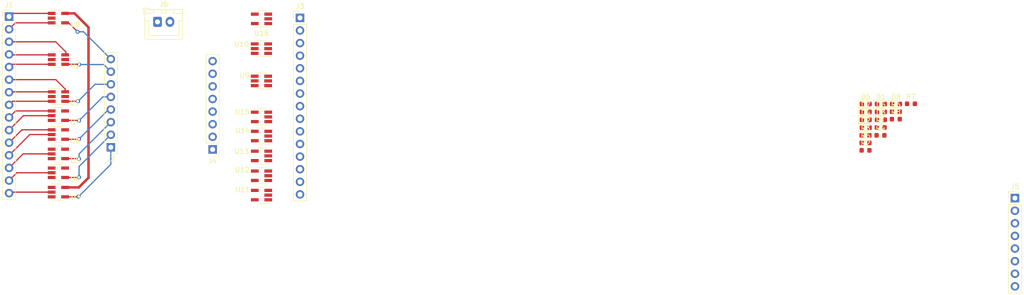
<source format=kicad_pcb>
(kicad_pcb (version 20171130) (host pcbnew 5.0.2-bee76a0~70~ubuntu18.04.1)

  (general
    (thickness 1.6)
    (drawings 0)
    (tracks 81)
    (zones 0)
    (modules 38)
    (nets 65)
  )

  (page A4)
  (layers
    (0 F.Cu signal)
    (31 B.Cu signal)
    (32 B.Adhes user)
    (33 F.Adhes user)
    (34 B.Paste user)
    (35 F.Paste user)
    (36 B.SilkS user)
    (37 F.SilkS user)
    (38 B.Mask user)
    (39 F.Mask user)
    (40 Dwgs.User user)
    (41 Cmts.User user)
    (42 Eco1.User user)
    (43 Eco2.User user)
    (44 Edge.Cuts user)
    (45 Margin user)
    (46 B.CrtYd user)
    (47 F.CrtYd user)
    (48 B.Fab user)
    (49 F.Fab user hide)
  )

  (setup
    (last_trace_width 0.25)
    (trace_clearance 0.2)
    (zone_clearance 0.508)
    (zone_45_only no)
    (trace_min 0.2)
    (segment_width 0.2)
    (edge_width 0.15)
    (via_size 0.8)
    (via_drill 0.4)
    (via_min_size 0.4)
    (via_min_drill 0.3)
    (uvia_size 0.3)
    (uvia_drill 0.1)
    (uvias_allowed no)
    (uvia_min_size 0.2)
    (uvia_min_drill 0.1)
    (pcb_text_width 0.3)
    (pcb_text_size 1.5 1.5)
    (mod_edge_width 0.15)
    (mod_text_size 1 1)
    (mod_text_width 0.15)
    (pad_size 1.524 1.524)
    (pad_drill 0.762)
    (pad_to_mask_clearance 0.051)
    (solder_mask_min_width 0.25)
    (aux_axis_origin 0 0)
    (visible_elements FFFFFF7F)
    (pcbplotparams
      (layerselection 0x010fc_ffffffff)
      (usegerberextensions false)
      (usegerberattributes false)
      (usegerberadvancedattributes false)
      (creategerberjobfile false)
      (excludeedgelayer true)
      (linewidth 0.100000)
      (plotframeref false)
      (viasonmask false)
      (mode 1)
      (useauxorigin false)
      (hpglpennumber 1)
      (hpglpenspeed 20)
      (hpglpendiameter 15.000000)
      (psnegative false)
      (psa4output false)
      (plotreference true)
      (plotvalue true)
      (plotinvisibletext false)
      (padsonsilk false)
      (subtractmaskfromsilk false)
      (outputformat 1)
      (mirror false)
      (drillshape 1)
      (scaleselection 1)
      (outputdirectory ""))
  )

  (net 0 "")
  (net 1 "Net-(D1-Pad2)")
  (net 2 "Net-(D2-Pad2)")
  (net 3 "Net-(D3-Pad2)")
  (net 4 "Net-(D4-Pad2)")
  (net 5 "Net-(D5-Pad2)")
  (net 6 "Net-(D6-Pad2)")
  (net 7 "Net-(D7-Pad2)")
  (net 8 "Net-(D8-Pad2)")
  (net 9 /A14)
  (net 10 /A13)
  (net 11 /A12)
  (net 12 /A11)
  (net 13 /A10)
  (net 14 /A9)
  (net 15 /A8)
  (net 16 /A7)
  (net 17 /A6)
  (net 18 /A5)
  (net 19 /A4)
  (net 20 /A3)
  (net 21 /A2)
  (net 22 /A1)
  (net 23 /B1)
  (net 24 /B2)
  (net 25 /B3)
  (net 26 /B4)
  (net 27 /B5)
  (net 28 /B6)
  (net 29 /B7)
  (net 30 /B8)
  (net 31 /C1)
  (net 32 /C2)
  (net 33 /C3)
  (net 34 /C4)
  (net 35 /C5)
  (net 36 /C6)
  (net 37 /C7)
  (net 38 /C8)
  (net 39 /C9)
  (net 40 /C10)
  (net 41 /C11)
  (net 42 /C12)
  (net 43 /C13)
  (net 44 /C14)
  (net 45 /D1)
  (net 46 /D2)
  (net 47 /D3)
  (net 48 /D4)
  (net 49 /D5)
  (net 50 /D6)
  (net 51 /D7)
  (net 52 /D8)
  (net 53 "Net-(J5-Pad8)")
  (net 54 "Net-(J5-Pad7)")
  (net 55 "Net-(J5-Pad6)")
  (net 56 "Net-(J5-Pad5)")
  (net 57 "Net-(J5-Pad4)")
  (net 58 "Net-(J5-Pad3)")
  (net 59 "Net-(J5-Pad2)")
  (net 60 "Net-(J5-Pad1)")
  (net 61 GND)
  (net 62 VCC)
  (net 63 /A15)
  (net 64 /C15)

  (net_class Default "This is the default net class."
    (clearance 0.2)
    (trace_width 0.25)
    (via_dia 0.8)
    (via_drill 0.4)
    (uvia_dia 0.3)
    (uvia_drill 0.1)
    (add_net /A1)
    (add_net /A10)
    (add_net /A11)
    (add_net /A12)
    (add_net /A13)
    (add_net /A14)
    (add_net /A15)
    (add_net /A2)
    (add_net /A3)
    (add_net /A4)
    (add_net /A5)
    (add_net /A6)
    (add_net /A7)
    (add_net /A8)
    (add_net /A9)
    (add_net /B1)
    (add_net /B2)
    (add_net /B3)
    (add_net /B4)
    (add_net /B5)
    (add_net /B6)
    (add_net /B7)
    (add_net /B8)
    (add_net /C1)
    (add_net /C10)
    (add_net /C11)
    (add_net /C12)
    (add_net /C13)
    (add_net /C14)
    (add_net /C15)
    (add_net /C2)
    (add_net /C3)
    (add_net /C4)
    (add_net /C5)
    (add_net /C6)
    (add_net /C7)
    (add_net /C8)
    (add_net /C9)
    (add_net /D1)
    (add_net /D2)
    (add_net /D3)
    (add_net /D4)
    (add_net /D5)
    (add_net /D6)
    (add_net /D7)
    (add_net /D8)
    (add_net "Net-(D1-Pad2)")
    (add_net "Net-(D2-Pad2)")
    (add_net "Net-(D3-Pad2)")
    (add_net "Net-(D4-Pad2)")
    (add_net "Net-(D5-Pad2)")
    (add_net "Net-(D6-Pad2)")
    (add_net "Net-(D7-Pad2)")
    (add_net "Net-(D8-Pad2)")
    (add_net "Net-(J5-Pad1)")
    (add_net "Net-(J5-Pad2)")
    (add_net "Net-(J5-Pad3)")
    (add_net "Net-(J5-Pad4)")
    (add_net "Net-(J5-Pad5)")
    (add_net "Net-(J5-Pad6)")
    (add_net "Net-(J5-Pad7)")
    (add_net "Net-(J5-Pad8)")
  )

  (net_class VCC ""
    (clearance 0.25)
    (trace_width 0.5)
    (via_dia 0.8)
    (via_drill 0.4)
    (uvia_dia 0.3)
    (uvia_drill 0.1)
    (add_net GND)
    (add_net VCC)
  )

  (module LED_SMD:LED_0603_1608Metric (layer F.Cu) (tedit 5B301BBE) (tstamp 5D63274B)
    (at 225.495001 69.545001)
    (descr "LED SMD 0603 (1608 Metric), square (rectangular) end terminal, IPC_7351 nominal, (Body size source: http://www.tortai-tech.com/upload/download/2011102023233369053.pdf), generated with kicad-footprint-generator")
    (tags diode)
    (path /5D56A758)
    (attr smd)
    (fp_text reference D1 (at 0 -1.43) (layer F.SilkS)
      (effects (font (size 1 1) (thickness 0.15)))
    )
    (fp_text value RED_LED (at 0 1.43) (layer F.Fab)
      (effects (font (size 1 1) (thickness 0.15)))
    )
    (fp_text user %R (at 0 0) (layer F.Fab)
      (effects (font (size 0.4 0.4) (thickness 0.06)))
    )
    (fp_line (start 1.48 0.73) (end -1.48 0.73) (layer F.CrtYd) (width 0.05))
    (fp_line (start 1.48 -0.73) (end 1.48 0.73) (layer F.CrtYd) (width 0.05))
    (fp_line (start -1.48 -0.73) (end 1.48 -0.73) (layer F.CrtYd) (width 0.05))
    (fp_line (start -1.48 0.73) (end -1.48 -0.73) (layer F.CrtYd) (width 0.05))
    (fp_line (start -1.485 0.735) (end 0.8 0.735) (layer F.SilkS) (width 0.12))
    (fp_line (start -1.485 -0.735) (end -1.485 0.735) (layer F.SilkS) (width 0.12))
    (fp_line (start 0.8 -0.735) (end -1.485 -0.735) (layer F.SilkS) (width 0.12))
    (fp_line (start 0.8 0.4) (end 0.8 -0.4) (layer F.Fab) (width 0.1))
    (fp_line (start -0.8 0.4) (end 0.8 0.4) (layer F.Fab) (width 0.1))
    (fp_line (start -0.8 -0.1) (end -0.8 0.4) (layer F.Fab) (width 0.1))
    (fp_line (start -0.5 -0.4) (end -0.8 -0.1) (layer F.Fab) (width 0.1))
    (fp_line (start 0.8 -0.4) (end -0.5 -0.4) (layer F.Fab) (width 0.1))
    (pad 2 smd roundrect (at 0.7875 0) (size 0.875 0.95) (layers F.Cu F.Paste F.Mask) (roundrect_rratio 0.25)
      (net 1 "Net-(D1-Pad2)"))
    (pad 1 smd roundrect (at -0.7875 0) (size 0.875 0.95) (layers F.Cu F.Paste F.Mask) (roundrect_rratio 0.25)
      (net 61 GND))
    (model ${KISYS3DMOD}/LED_SMD.3dshapes/LED_0603_1608Metric.wrl
      (at (xyz 0 0 0))
      (scale (xyz 1 1 1))
      (rotate (xyz 0 0 0))
    )
  )

  (module LED_SMD:LED_0603_1608Metric (layer F.Cu) (tedit 5B301BBE) (tstamp 5D63275E)
    (at 222.445001 74.315001)
    (descr "LED SMD 0603 (1608 Metric), square (rectangular) end terminal, IPC_7351 nominal, (Body size source: http://www.tortai-tech.com/upload/download/2011102023233369053.pdf), generated with kicad-footprint-generator")
    (tags diode)
    (path /5D56C803)
    (attr smd)
    (fp_text reference D2 (at 0 -1.43) (layer F.SilkS)
      (effects (font (size 1 1) (thickness 0.15)))
    )
    (fp_text value RED_LED (at 0 1.43) (layer F.Fab)
      (effects (font (size 1 1) (thickness 0.15)))
    )
    (fp_line (start 0.8 -0.4) (end -0.5 -0.4) (layer F.Fab) (width 0.1))
    (fp_line (start -0.5 -0.4) (end -0.8 -0.1) (layer F.Fab) (width 0.1))
    (fp_line (start -0.8 -0.1) (end -0.8 0.4) (layer F.Fab) (width 0.1))
    (fp_line (start -0.8 0.4) (end 0.8 0.4) (layer F.Fab) (width 0.1))
    (fp_line (start 0.8 0.4) (end 0.8 -0.4) (layer F.Fab) (width 0.1))
    (fp_line (start 0.8 -0.735) (end -1.485 -0.735) (layer F.SilkS) (width 0.12))
    (fp_line (start -1.485 -0.735) (end -1.485 0.735) (layer F.SilkS) (width 0.12))
    (fp_line (start -1.485 0.735) (end 0.8 0.735) (layer F.SilkS) (width 0.12))
    (fp_line (start -1.48 0.73) (end -1.48 -0.73) (layer F.CrtYd) (width 0.05))
    (fp_line (start -1.48 -0.73) (end 1.48 -0.73) (layer F.CrtYd) (width 0.05))
    (fp_line (start 1.48 -0.73) (end 1.48 0.73) (layer F.CrtYd) (width 0.05))
    (fp_line (start 1.48 0.73) (end -1.48 0.73) (layer F.CrtYd) (width 0.05))
    (fp_text user %R (at 0 0) (layer F.Fab)
      (effects (font (size 0.4 0.4) (thickness 0.06)))
    )
    (pad 1 smd roundrect (at -0.7875 0) (size 0.875 0.95) (layers F.Cu F.Paste F.Mask) (roundrect_rratio 0.25)
      (net 61 GND))
    (pad 2 smd roundrect (at 0.7875 0) (size 0.875 0.95) (layers F.Cu F.Paste F.Mask) (roundrect_rratio 0.25)
      (net 2 "Net-(D2-Pad2)"))
    (model ${KISYS3DMOD}/LED_SMD.3dshapes/LED_0603_1608Metric.wrl
      (at (xyz 0 0 0))
      (scale (xyz 1 1 1))
      (rotate (xyz 0 0 0))
    )
  )

  (module LED_SMD:LED_0603_1608Metric (layer F.Cu) (tedit 5B301BBE) (tstamp 5D632771)
    (at 225.495001 72.725001)
    (descr "LED SMD 0603 (1608 Metric), square (rectangular) end terminal, IPC_7351 nominal, (Body size source: http://www.tortai-tech.com/upload/download/2011102023233369053.pdf), generated with kicad-footprint-generator")
    (tags diode)
    (path /5D56CB11)
    (attr smd)
    (fp_text reference D3 (at 0 -1.43) (layer F.SilkS)
      (effects (font (size 1 1) (thickness 0.15)))
    )
    (fp_text value RED_LED (at 0 1.43) (layer F.Fab)
      (effects (font (size 1 1) (thickness 0.15)))
    )
    (fp_text user %R (at 0 0) (layer F.Fab)
      (effects (font (size 0.4 0.4) (thickness 0.06)))
    )
    (fp_line (start 1.48 0.73) (end -1.48 0.73) (layer F.CrtYd) (width 0.05))
    (fp_line (start 1.48 -0.73) (end 1.48 0.73) (layer F.CrtYd) (width 0.05))
    (fp_line (start -1.48 -0.73) (end 1.48 -0.73) (layer F.CrtYd) (width 0.05))
    (fp_line (start -1.48 0.73) (end -1.48 -0.73) (layer F.CrtYd) (width 0.05))
    (fp_line (start -1.485 0.735) (end 0.8 0.735) (layer F.SilkS) (width 0.12))
    (fp_line (start -1.485 -0.735) (end -1.485 0.735) (layer F.SilkS) (width 0.12))
    (fp_line (start 0.8 -0.735) (end -1.485 -0.735) (layer F.SilkS) (width 0.12))
    (fp_line (start 0.8 0.4) (end 0.8 -0.4) (layer F.Fab) (width 0.1))
    (fp_line (start -0.8 0.4) (end 0.8 0.4) (layer F.Fab) (width 0.1))
    (fp_line (start -0.8 -0.1) (end -0.8 0.4) (layer F.Fab) (width 0.1))
    (fp_line (start -0.5 -0.4) (end -0.8 -0.1) (layer F.Fab) (width 0.1))
    (fp_line (start 0.8 -0.4) (end -0.5 -0.4) (layer F.Fab) (width 0.1))
    (pad 2 smd roundrect (at 0.7875 0) (size 0.875 0.95) (layers F.Cu F.Paste F.Mask) (roundrect_rratio 0.25)
      (net 3 "Net-(D3-Pad2)"))
    (pad 1 smd roundrect (at -0.7875 0) (size 0.875 0.95) (layers F.Cu F.Paste F.Mask) (roundrect_rratio 0.25)
      (net 61 GND))
    (model ${KISYS3DMOD}/LED_SMD.3dshapes/LED_0603_1608Metric.wrl
      (at (xyz 0 0 0))
      (scale (xyz 1 1 1))
      (rotate (xyz 0 0 0))
    )
  )

  (module LED_SMD:LED_0603_1608Metric (layer F.Cu) (tedit 5B301BBE) (tstamp 5D632784)
    (at 222.445001 72.725001)
    (descr "LED SMD 0603 (1608 Metric), square (rectangular) end terminal, IPC_7351 nominal, (Body size source: http://www.tortai-tech.com/upload/download/2011102023233369053.pdf), generated with kicad-footprint-generator")
    (tags diode)
    (path /5D56CB22)
    (attr smd)
    (fp_text reference D4 (at 0 -1.43) (layer F.SilkS)
      (effects (font (size 1 1) (thickness 0.15)))
    )
    (fp_text value RED_LED (at 0 1.43) (layer F.Fab)
      (effects (font (size 1 1) (thickness 0.15)))
    )
    (fp_line (start 0.8 -0.4) (end -0.5 -0.4) (layer F.Fab) (width 0.1))
    (fp_line (start -0.5 -0.4) (end -0.8 -0.1) (layer F.Fab) (width 0.1))
    (fp_line (start -0.8 -0.1) (end -0.8 0.4) (layer F.Fab) (width 0.1))
    (fp_line (start -0.8 0.4) (end 0.8 0.4) (layer F.Fab) (width 0.1))
    (fp_line (start 0.8 0.4) (end 0.8 -0.4) (layer F.Fab) (width 0.1))
    (fp_line (start 0.8 -0.735) (end -1.485 -0.735) (layer F.SilkS) (width 0.12))
    (fp_line (start -1.485 -0.735) (end -1.485 0.735) (layer F.SilkS) (width 0.12))
    (fp_line (start -1.485 0.735) (end 0.8 0.735) (layer F.SilkS) (width 0.12))
    (fp_line (start -1.48 0.73) (end -1.48 -0.73) (layer F.CrtYd) (width 0.05))
    (fp_line (start -1.48 -0.73) (end 1.48 -0.73) (layer F.CrtYd) (width 0.05))
    (fp_line (start 1.48 -0.73) (end 1.48 0.73) (layer F.CrtYd) (width 0.05))
    (fp_line (start 1.48 0.73) (end -1.48 0.73) (layer F.CrtYd) (width 0.05))
    (fp_text user %R (at 0 0) (layer F.Fab)
      (effects (font (size 0.4 0.4) (thickness 0.06)))
    )
    (pad 1 smd roundrect (at -0.7875 0) (size 0.875 0.95) (layers F.Cu F.Paste F.Mask) (roundrect_rratio 0.25)
      (net 61 GND))
    (pad 2 smd roundrect (at 0.7875 0) (size 0.875 0.95) (layers F.Cu F.Paste F.Mask) (roundrect_rratio 0.25)
      (net 4 "Net-(D4-Pad2)"))
    (model ${KISYS3DMOD}/LED_SMD.3dshapes/LED_0603_1608Metric.wrl
      (at (xyz 0 0 0))
      (scale (xyz 1 1 1))
      (rotate (xyz 0 0 0))
    )
  )

  (module LED_SMD:LED_0603_1608Metric (layer F.Cu) (tedit 5B301BBE) (tstamp 5D632797)
    (at 225.495001 71.135001)
    (descr "LED SMD 0603 (1608 Metric), square (rectangular) end terminal, IPC_7351 nominal, (Body size source: http://www.tortai-tech.com/upload/download/2011102023233369053.pdf), generated with kicad-footprint-generator")
    (tags diode)
    (path /5D56CFD2)
    (attr smd)
    (fp_text reference D5 (at 0 -1.43) (layer F.SilkS)
      (effects (font (size 1 1) (thickness 0.15)))
    )
    (fp_text value RED_LED (at 0 1.43) (layer F.Fab)
      (effects (font (size 1 1) (thickness 0.15)))
    )
    (fp_text user %R (at 0 0) (layer F.Fab)
      (effects (font (size 0.4 0.4) (thickness 0.06)))
    )
    (fp_line (start 1.48 0.73) (end -1.48 0.73) (layer F.CrtYd) (width 0.05))
    (fp_line (start 1.48 -0.73) (end 1.48 0.73) (layer F.CrtYd) (width 0.05))
    (fp_line (start -1.48 -0.73) (end 1.48 -0.73) (layer F.CrtYd) (width 0.05))
    (fp_line (start -1.48 0.73) (end -1.48 -0.73) (layer F.CrtYd) (width 0.05))
    (fp_line (start -1.485 0.735) (end 0.8 0.735) (layer F.SilkS) (width 0.12))
    (fp_line (start -1.485 -0.735) (end -1.485 0.735) (layer F.SilkS) (width 0.12))
    (fp_line (start 0.8 -0.735) (end -1.485 -0.735) (layer F.SilkS) (width 0.12))
    (fp_line (start 0.8 0.4) (end 0.8 -0.4) (layer F.Fab) (width 0.1))
    (fp_line (start -0.8 0.4) (end 0.8 0.4) (layer F.Fab) (width 0.1))
    (fp_line (start -0.8 -0.1) (end -0.8 0.4) (layer F.Fab) (width 0.1))
    (fp_line (start -0.5 -0.4) (end -0.8 -0.1) (layer F.Fab) (width 0.1))
    (fp_line (start 0.8 -0.4) (end -0.5 -0.4) (layer F.Fab) (width 0.1))
    (pad 2 smd roundrect (at 0.7875 0) (size 0.875 0.95) (layers F.Cu F.Paste F.Mask) (roundrect_rratio 0.25)
      (net 5 "Net-(D5-Pad2)"))
    (pad 1 smd roundrect (at -0.7875 0) (size 0.875 0.95) (layers F.Cu F.Paste F.Mask) (roundrect_rratio 0.25)
      (net 61 GND))
    (model ${KISYS3DMOD}/LED_SMD.3dshapes/LED_0603_1608Metric.wrl
      (at (xyz 0 0 0))
      (scale (xyz 1 1 1))
      (rotate (xyz 0 0 0))
    )
  )

  (module LED_SMD:LED_0603_1608Metric (layer F.Cu) (tedit 5B301BBE) (tstamp 5D6327AA)
    (at 222.445001 69.545001)
    (descr "LED SMD 0603 (1608 Metric), square (rectangular) end terminal, IPC_7351 nominal, (Body size source: http://www.tortai-tech.com/upload/download/2011102023233369053.pdf), generated with kicad-footprint-generator")
    (tags diode)
    (path /5D56CFE3)
    (attr smd)
    (fp_text reference D6 (at 0 -1.43) (layer F.SilkS)
      (effects (font (size 1 1) (thickness 0.15)))
    )
    (fp_text value RED_LED (at 0 1.43) (layer F.Fab)
      (effects (font (size 1 1) (thickness 0.15)))
    )
    (fp_line (start 0.8 -0.4) (end -0.5 -0.4) (layer F.Fab) (width 0.1))
    (fp_line (start -0.5 -0.4) (end -0.8 -0.1) (layer F.Fab) (width 0.1))
    (fp_line (start -0.8 -0.1) (end -0.8 0.4) (layer F.Fab) (width 0.1))
    (fp_line (start -0.8 0.4) (end 0.8 0.4) (layer F.Fab) (width 0.1))
    (fp_line (start 0.8 0.4) (end 0.8 -0.4) (layer F.Fab) (width 0.1))
    (fp_line (start 0.8 -0.735) (end -1.485 -0.735) (layer F.SilkS) (width 0.12))
    (fp_line (start -1.485 -0.735) (end -1.485 0.735) (layer F.SilkS) (width 0.12))
    (fp_line (start -1.485 0.735) (end 0.8 0.735) (layer F.SilkS) (width 0.12))
    (fp_line (start -1.48 0.73) (end -1.48 -0.73) (layer F.CrtYd) (width 0.05))
    (fp_line (start -1.48 -0.73) (end 1.48 -0.73) (layer F.CrtYd) (width 0.05))
    (fp_line (start 1.48 -0.73) (end 1.48 0.73) (layer F.CrtYd) (width 0.05))
    (fp_line (start 1.48 0.73) (end -1.48 0.73) (layer F.CrtYd) (width 0.05))
    (fp_text user %R (at 0 0) (layer F.Fab)
      (effects (font (size 0.4 0.4) (thickness 0.06)))
    )
    (pad 1 smd roundrect (at -0.7875 0) (size 0.875 0.95) (layers F.Cu F.Paste F.Mask) (roundrect_rratio 0.25)
      (net 61 GND))
    (pad 2 smd roundrect (at 0.7875 0) (size 0.875 0.95) (layers F.Cu F.Paste F.Mask) (roundrect_rratio 0.25)
      (net 6 "Net-(D6-Pad2)"))
    (model ${KISYS3DMOD}/LED_SMD.3dshapes/LED_0603_1608Metric.wrl
      (at (xyz 0 0 0))
      (scale (xyz 1 1 1))
      (rotate (xyz 0 0 0))
    )
  )

  (module LED_SMD:LED_0603_1608Metric (layer F.Cu) (tedit 5B301BBE) (tstamp 5D6327BD)
    (at 222.445001 71.135001)
    (descr "LED SMD 0603 (1608 Metric), square (rectangular) end terminal, IPC_7351 nominal, (Body size source: http://www.tortai-tech.com/upload/download/2011102023233369053.pdf), generated with kicad-footprint-generator")
    (tags diode)
    (path /5D56CFF3)
    (attr smd)
    (fp_text reference D7 (at 0 -1.43) (layer F.SilkS)
      (effects (font (size 1 1) (thickness 0.15)))
    )
    (fp_text value RED_LED (at 0 1.43) (layer F.Fab)
      (effects (font (size 1 1) (thickness 0.15)))
    )
    (fp_line (start 0.8 -0.4) (end -0.5 -0.4) (layer F.Fab) (width 0.1))
    (fp_line (start -0.5 -0.4) (end -0.8 -0.1) (layer F.Fab) (width 0.1))
    (fp_line (start -0.8 -0.1) (end -0.8 0.4) (layer F.Fab) (width 0.1))
    (fp_line (start -0.8 0.4) (end 0.8 0.4) (layer F.Fab) (width 0.1))
    (fp_line (start 0.8 0.4) (end 0.8 -0.4) (layer F.Fab) (width 0.1))
    (fp_line (start 0.8 -0.735) (end -1.485 -0.735) (layer F.SilkS) (width 0.12))
    (fp_line (start -1.485 -0.735) (end -1.485 0.735) (layer F.SilkS) (width 0.12))
    (fp_line (start -1.485 0.735) (end 0.8 0.735) (layer F.SilkS) (width 0.12))
    (fp_line (start -1.48 0.73) (end -1.48 -0.73) (layer F.CrtYd) (width 0.05))
    (fp_line (start -1.48 -0.73) (end 1.48 -0.73) (layer F.CrtYd) (width 0.05))
    (fp_line (start 1.48 -0.73) (end 1.48 0.73) (layer F.CrtYd) (width 0.05))
    (fp_line (start 1.48 0.73) (end -1.48 0.73) (layer F.CrtYd) (width 0.05))
    (fp_text user %R (at 0 0) (layer F.Fab)
      (effects (font (size 0.4 0.4) (thickness 0.06)))
    )
    (pad 1 smd roundrect (at -0.7875 0) (size 0.875 0.95) (layers F.Cu F.Paste F.Mask) (roundrect_rratio 0.25)
      (net 61 GND))
    (pad 2 smd roundrect (at 0.7875 0) (size 0.875 0.95) (layers F.Cu F.Paste F.Mask) (roundrect_rratio 0.25)
      (net 7 "Net-(D7-Pad2)"))
    (model ${KISYS3DMOD}/LED_SMD.3dshapes/LED_0603_1608Metric.wrl
      (at (xyz 0 0 0))
      (scale (xyz 1 1 1))
      (rotate (xyz 0 0 0))
    )
  )

  (module LED_SMD:LED_0603_1608Metric (layer F.Cu) (tedit 5B301BBE) (tstamp 5D6327D0)
    (at 228.545001 69.545001)
    (descr "LED SMD 0603 (1608 Metric), square (rectangular) end terminal, IPC_7351 nominal, (Body size source: http://www.tortai-tech.com/upload/download/2011102023233369053.pdf), generated with kicad-footprint-generator")
    (tags diode)
    (path /5D56D004)
    (attr smd)
    (fp_text reference D8 (at 0 -1.43) (layer F.SilkS)
      (effects (font (size 1 1) (thickness 0.15)))
    )
    (fp_text value RED_LED (at 0 1.43) (layer F.Fab)
      (effects (font (size 1 1) (thickness 0.15)))
    )
    (fp_text user %R (at 0 0) (layer F.Fab)
      (effects (font (size 0.4 0.4) (thickness 0.06)))
    )
    (fp_line (start 1.48 0.73) (end -1.48 0.73) (layer F.CrtYd) (width 0.05))
    (fp_line (start 1.48 -0.73) (end 1.48 0.73) (layer F.CrtYd) (width 0.05))
    (fp_line (start -1.48 -0.73) (end 1.48 -0.73) (layer F.CrtYd) (width 0.05))
    (fp_line (start -1.48 0.73) (end -1.48 -0.73) (layer F.CrtYd) (width 0.05))
    (fp_line (start -1.485 0.735) (end 0.8 0.735) (layer F.SilkS) (width 0.12))
    (fp_line (start -1.485 -0.735) (end -1.485 0.735) (layer F.SilkS) (width 0.12))
    (fp_line (start 0.8 -0.735) (end -1.485 -0.735) (layer F.SilkS) (width 0.12))
    (fp_line (start 0.8 0.4) (end 0.8 -0.4) (layer F.Fab) (width 0.1))
    (fp_line (start -0.8 0.4) (end 0.8 0.4) (layer F.Fab) (width 0.1))
    (fp_line (start -0.8 -0.1) (end -0.8 0.4) (layer F.Fab) (width 0.1))
    (fp_line (start -0.5 -0.4) (end -0.8 -0.1) (layer F.Fab) (width 0.1))
    (fp_line (start 0.8 -0.4) (end -0.5 -0.4) (layer F.Fab) (width 0.1))
    (pad 2 smd roundrect (at 0.7875 0) (size 0.875 0.95) (layers F.Cu F.Paste F.Mask) (roundrect_rratio 0.25)
      (net 8 "Net-(D8-Pad2)"))
    (pad 1 smd roundrect (at -0.7875 0) (size 0.875 0.95) (layers F.Cu F.Paste F.Mask) (roundrect_rratio 0.25)
      (net 61 GND))
    (model ${KISYS3DMOD}/LED_SMD.3dshapes/LED_0603_1608Metric.wrl
      (at (xyz 0 0 0))
      (scale (xyz 1 1 1))
      (rotate (xyz 0 0 0))
    )
  )

  (module Connector_PinHeader_2.54mm:PinHeader_1x15_P2.54mm_Vertical (layer F.Cu) (tedit 59FED5CC) (tstamp 5D6327F3)
    (at 49.9 51.94)
    (descr "Through hole straight pin header, 1x15, 2.54mm pitch, single row")
    (tags "Through hole pin header THT 1x15 2.54mm single row")
    (path /5D6D0A51)
    (fp_text reference J1 (at 0 -2.33) (layer F.SilkS)
      (effects (font (size 1 1) (thickness 0.15)))
    )
    (fp_text value Conn_01x15 (at 0 37.89) (layer F.Fab)
      (effects (font (size 1 1) (thickness 0.15)))
    )
    (fp_line (start -0.635 -1.27) (end 1.27 -1.27) (layer F.Fab) (width 0.1))
    (fp_line (start 1.27 -1.27) (end 1.27 36.83) (layer F.Fab) (width 0.1))
    (fp_line (start 1.27 36.83) (end -1.27 36.83) (layer F.Fab) (width 0.1))
    (fp_line (start -1.27 36.83) (end -1.27 -0.635) (layer F.Fab) (width 0.1))
    (fp_line (start -1.27 -0.635) (end -0.635 -1.27) (layer F.Fab) (width 0.1))
    (fp_line (start -1.33 36.89) (end 1.33 36.89) (layer F.SilkS) (width 0.12))
    (fp_line (start -1.33 1.27) (end -1.33 36.89) (layer F.SilkS) (width 0.12))
    (fp_line (start 1.33 1.27) (end 1.33 36.89) (layer F.SilkS) (width 0.12))
    (fp_line (start -1.33 1.27) (end 1.33 1.27) (layer F.SilkS) (width 0.12))
    (fp_line (start -1.33 0) (end -1.33 -1.33) (layer F.SilkS) (width 0.12))
    (fp_line (start -1.33 -1.33) (end 0 -1.33) (layer F.SilkS) (width 0.12))
    (fp_line (start -1.8 -1.8) (end -1.8 37.35) (layer F.CrtYd) (width 0.05))
    (fp_line (start -1.8 37.35) (end 1.8 37.35) (layer F.CrtYd) (width 0.05))
    (fp_line (start 1.8 37.35) (end 1.8 -1.8) (layer F.CrtYd) (width 0.05))
    (fp_line (start 1.8 -1.8) (end -1.8 -1.8) (layer F.CrtYd) (width 0.05))
    (fp_text user %R (at 0 17.78 90) (layer F.Fab)
      (effects (font (size 1 1) (thickness 0.15)))
    )
    (pad 1 thru_hole rect (at 0 0) (size 1.7 1.7) (drill 1) (layers *.Cu *.Mask)
      (net 63 /A15))
    (pad 2 thru_hole oval (at 0 2.54) (size 1.7 1.7) (drill 1) (layers *.Cu *.Mask)
      (net 9 /A14))
    (pad 3 thru_hole oval (at 0 5.08) (size 1.7 1.7) (drill 1) (layers *.Cu *.Mask)
      (net 10 /A13))
    (pad 4 thru_hole oval (at 0 7.62) (size 1.7 1.7) (drill 1) (layers *.Cu *.Mask)
      (net 11 /A12))
    (pad 5 thru_hole oval (at 0 10.16) (size 1.7 1.7) (drill 1) (layers *.Cu *.Mask)
      (net 12 /A11))
    (pad 6 thru_hole oval (at 0 12.7) (size 1.7 1.7) (drill 1) (layers *.Cu *.Mask)
      (net 13 /A10))
    (pad 7 thru_hole oval (at 0 15.24) (size 1.7 1.7) (drill 1) (layers *.Cu *.Mask)
      (net 14 /A9))
    (pad 8 thru_hole oval (at 0 17.78) (size 1.7 1.7) (drill 1) (layers *.Cu *.Mask)
      (net 15 /A8))
    (pad 9 thru_hole oval (at 0 20.32) (size 1.7 1.7) (drill 1) (layers *.Cu *.Mask)
      (net 16 /A7))
    (pad 10 thru_hole oval (at 0 22.86) (size 1.7 1.7) (drill 1) (layers *.Cu *.Mask)
      (net 17 /A6))
    (pad 11 thru_hole oval (at 0 25.4) (size 1.7 1.7) (drill 1) (layers *.Cu *.Mask)
      (net 18 /A5))
    (pad 12 thru_hole oval (at 0 27.94) (size 1.7 1.7) (drill 1) (layers *.Cu *.Mask)
      (net 19 /A4))
    (pad 13 thru_hole oval (at 0 30.48) (size 1.7 1.7) (drill 1) (layers *.Cu *.Mask)
      (net 20 /A3))
    (pad 14 thru_hole oval (at 0 33.02) (size 1.7 1.7) (drill 1) (layers *.Cu *.Mask)
      (net 21 /A2))
    (pad 15 thru_hole oval (at 0 35.56) (size 1.7 1.7) (drill 1) (layers *.Cu *.Mask)
      (net 22 /A1))
    (model ${KISYS3DMOD}/Connector_PinHeader_2.54mm.3dshapes/PinHeader_1x15_P2.54mm_Vertical.wrl
      (at (xyz 0 0 0))
      (scale (xyz 1 1 1))
      (rotate (xyz 0 0 0))
    )
  )

  (module Connector_PinHeader_2.54mm:PinHeader_1x08_P2.54mm_Vertical (layer F.Cu) (tedit 59FED5CC) (tstamp 5D63280F)
    (at 70.4 78.28 180)
    (descr "Through hole straight pin header, 1x08, 2.54mm pitch, single row")
    (tags "Through hole pin header THT 1x08 2.54mm single row")
    (path /5D57264B)
    (fp_text reference J2 (at 0 -2.33 180) (layer F.SilkS)
      (effects (font (size 1 1) (thickness 0.15)))
    )
    (fp_text value Conn_01x08 (at 0 20.11 180) (layer F.Fab)
      (effects (font (size 1 1) (thickness 0.15)))
    )
    (fp_line (start -0.635 -1.27) (end 1.27 -1.27) (layer F.Fab) (width 0.1))
    (fp_line (start 1.27 -1.27) (end 1.27 19.05) (layer F.Fab) (width 0.1))
    (fp_line (start 1.27 19.05) (end -1.27 19.05) (layer F.Fab) (width 0.1))
    (fp_line (start -1.27 19.05) (end -1.27 -0.635) (layer F.Fab) (width 0.1))
    (fp_line (start -1.27 -0.635) (end -0.635 -1.27) (layer F.Fab) (width 0.1))
    (fp_line (start -1.33 19.11) (end 1.33 19.11) (layer F.SilkS) (width 0.12))
    (fp_line (start -1.33 1.27) (end -1.33 19.11) (layer F.SilkS) (width 0.12))
    (fp_line (start 1.33 1.27) (end 1.33 19.11) (layer F.SilkS) (width 0.12))
    (fp_line (start -1.33 1.27) (end 1.33 1.27) (layer F.SilkS) (width 0.12))
    (fp_line (start -1.33 0) (end -1.33 -1.33) (layer F.SilkS) (width 0.12))
    (fp_line (start -1.33 -1.33) (end 0 -1.33) (layer F.SilkS) (width 0.12))
    (fp_line (start -1.8 -1.8) (end -1.8 19.55) (layer F.CrtYd) (width 0.05))
    (fp_line (start -1.8 19.55) (end 1.8 19.55) (layer F.CrtYd) (width 0.05))
    (fp_line (start 1.8 19.55) (end 1.8 -1.8) (layer F.CrtYd) (width 0.05))
    (fp_line (start 1.8 -1.8) (end -1.8 -1.8) (layer F.CrtYd) (width 0.05))
    (fp_text user %R (at 0 8.89 270) (layer F.Fab)
      (effects (font (size 1 1) (thickness 0.15)))
    )
    (pad 1 thru_hole rect (at 0 0 180) (size 1.7 1.7) (drill 1) (layers *.Cu *.Mask)
      (net 23 /B1))
    (pad 2 thru_hole oval (at 0 2.54 180) (size 1.7 1.7) (drill 1) (layers *.Cu *.Mask)
      (net 24 /B2))
    (pad 3 thru_hole oval (at 0 5.08 180) (size 1.7 1.7) (drill 1) (layers *.Cu *.Mask)
      (net 25 /B3))
    (pad 4 thru_hole oval (at 0 7.62 180) (size 1.7 1.7) (drill 1) (layers *.Cu *.Mask)
      (net 26 /B4))
    (pad 5 thru_hole oval (at 0 10.16 180) (size 1.7 1.7) (drill 1) (layers *.Cu *.Mask)
      (net 27 /B5))
    (pad 6 thru_hole oval (at 0 12.7 180) (size 1.7 1.7) (drill 1) (layers *.Cu *.Mask)
      (net 28 /B6))
    (pad 7 thru_hole oval (at 0 15.24 180) (size 1.7 1.7) (drill 1) (layers *.Cu *.Mask)
      (net 29 /B7))
    (pad 8 thru_hole oval (at 0 17.78 180) (size 1.7 1.7) (drill 1) (layers *.Cu *.Mask)
      (net 30 /B8))
    (model ${KISYS3DMOD}/Connector_PinHeader_2.54mm.3dshapes/PinHeader_1x08_P2.54mm_Vertical.wrl
      (at (xyz 0 0 0))
      (scale (xyz 1 1 1))
      (rotate (xyz 0 0 0))
    )
  )

  (module Connector_PinHeader_2.54mm:PinHeader_1x15_P2.54mm_Vertical (layer F.Cu) (tedit 59FED5CC) (tstamp 5D633ADB)
    (at 108.5 52.2)
    (descr "Through hole straight pin header, 1x15, 2.54mm pitch, single row")
    (tags "Through hole pin header THT 1x15 2.54mm single row")
    (path /5D6E40F2)
    (fp_text reference J3 (at 0 -2.33) (layer F.SilkS)
      (effects (font (size 1 1) (thickness 0.15)))
    )
    (fp_text value Conn_01x15 (at 0 37.89) (layer F.Fab)
      (effects (font (size 1 1) (thickness 0.15)))
    )
    (fp_text user %R (at 0 17.78 90) (layer F.Fab)
      (effects (font (size 1 1) (thickness 0.15)))
    )
    (fp_line (start 1.8 -1.8) (end -1.8 -1.8) (layer F.CrtYd) (width 0.05))
    (fp_line (start 1.8 37.35) (end 1.8 -1.8) (layer F.CrtYd) (width 0.05))
    (fp_line (start -1.8 37.35) (end 1.8 37.35) (layer F.CrtYd) (width 0.05))
    (fp_line (start -1.8 -1.8) (end -1.8 37.35) (layer F.CrtYd) (width 0.05))
    (fp_line (start -1.33 -1.33) (end 0 -1.33) (layer F.SilkS) (width 0.12))
    (fp_line (start -1.33 0) (end -1.33 -1.33) (layer F.SilkS) (width 0.12))
    (fp_line (start -1.33 1.27) (end 1.33 1.27) (layer F.SilkS) (width 0.12))
    (fp_line (start 1.33 1.27) (end 1.33 36.89) (layer F.SilkS) (width 0.12))
    (fp_line (start -1.33 1.27) (end -1.33 36.89) (layer F.SilkS) (width 0.12))
    (fp_line (start -1.33 36.89) (end 1.33 36.89) (layer F.SilkS) (width 0.12))
    (fp_line (start -1.27 -0.635) (end -0.635 -1.27) (layer F.Fab) (width 0.1))
    (fp_line (start -1.27 36.83) (end -1.27 -0.635) (layer F.Fab) (width 0.1))
    (fp_line (start 1.27 36.83) (end -1.27 36.83) (layer F.Fab) (width 0.1))
    (fp_line (start 1.27 -1.27) (end 1.27 36.83) (layer F.Fab) (width 0.1))
    (fp_line (start -0.635 -1.27) (end 1.27 -1.27) (layer F.Fab) (width 0.1))
    (pad 15 thru_hole oval (at 0 35.56) (size 1.7 1.7) (drill 1) (layers *.Cu *.Mask)
      (net 31 /C1))
    (pad 14 thru_hole oval (at 0 33.02) (size 1.7 1.7) (drill 1) (layers *.Cu *.Mask)
      (net 32 /C2))
    (pad 13 thru_hole oval (at 0 30.48) (size 1.7 1.7) (drill 1) (layers *.Cu *.Mask)
      (net 33 /C3))
    (pad 12 thru_hole oval (at 0 27.94) (size 1.7 1.7) (drill 1) (layers *.Cu *.Mask)
      (net 34 /C4))
    (pad 11 thru_hole oval (at 0 25.4) (size 1.7 1.7) (drill 1) (layers *.Cu *.Mask)
      (net 35 /C5))
    (pad 10 thru_hole oval (at 0 22.86) (size 1.7 1.7) (drill 1) (layers *.Cu *.Mask)
      (net 36 /C6))
    (pad 9 thru_hole oval (at 0 20.32) (size 1.7 1.7) (drill 1) (layers *.Cu *.Mask)
      (net 37 /C7))
    (pad 8 thru_hole oval (at 0 17.78) (size 1.7 1.7) (drill 1) (layers *.Cu *.Mask)
      (net 38 /C8))
    (pad 7 thru_hole oval (at 0 15.24) (size 1.7 1.7) (drill 1) (layers *.Cu *.Mask)
      (net 39 /C9))
    (pad 6 thru_hole oval (at 0 12.7) (size 1.7 1.7) (drill 1) (layers *.Cu *.Mask)
      (net 40 /C10))
    (pad 5 thru_hole oval (at 0 10.16) (size 1.7 1.7) (drill 1) (layers *.Cu *.Mask)
      (net 41 /C11))
    (pad 4 thru_hole oval (at 0 7.62) (size 1.7 1.7) (drill 1) (layers *.Cu *.Mask)
      (net 42 /C12))
    (pad 3 thru_hole oval (at 0 5.08) (size 1.7 1.7) (drill 1) (layers *.Cu *.Mask)
      (net 43 /C13))
    (pad 2 thru_hole oval (at 0 2.54) (size 1.7 1.7) (drill 1) (layers *.Cu *.Mask)
      (net 44 /C14))
    (pad 1 thru_hole rect (at 0 0) (size 1.7 1.7) (drill 1) (layers *.Cu *.Mask)
      (net 64 /C15))
    (model ${KISYS3DMOD}/Connector_PinHeader_2.54mm.3dshapes/PinHeader_1x15_P2.54mm_Vertical.wrl
      (at (xyz 0 0 0))
      (scale (xyz 1 1 1))
      (rotate (xyz 0 0 0))
    )
  )

  (module Connector_PinHeader_2.54mm:PinHeader_1x08_P2.54mm_Vertical (layer F.Cu) (tedit 59FED5CC) (tstamp 5D63284E)
    (at 90.9 78.7 180)
    (descr "Through hole straight pin header, 1x08, 2.54mm pitch, single row")
    (tags "Through hole pin header THT 1x08 2.54mm single row")
    (path /5D5B98FB)
    (fp_text reference J4 (at 0 -2.33 180) (layer F.SilkS)
      (effects (font (size 1 1) (thickness 0.15)))
    )
    (fp_text value Conn_01x08 (at 0 20.11 180) (layer F.Fab)
      (effects (font (size 1 1) (thickness 0.15)))
    )
    (fp_line (start -0.635 -1.27) (end 1.27 -1.27) (layer F.Fab) (width 0.1))
    (fp_line (start 1.27 -1.27) (end 1.27 19.05) (layer F.Fab) (width 0.1))
    (fp_line (start 1.27 19.05) (end -1.27 19.05) (layer F.Fab) (width 0.1))
    (fp_line (start -1.27 19.05) (end -1.27 -0.635) (layer F.Fab) (width 0.1))
    (fp_line (start -1.27 -0.635) (end -0.635 -1.27) (layer F.Fab) (width 0.1))
    (fp_line (start -1.33 19.11) (end 1.33 19.11) (layer F.SilkS) (width 0.12))
    (fp_line (start -1.33 1.27) (end -1.33 19.11) (layer F.SilkS) (width 0.12))
    (fp_line (start 1.33 1.27) (end 1.33 19.11) (layer F.SilkS) (width 0.12))
    (fp_line (start -1.33 1.27) (end 1.33 1.27) (layer F.SilkS) (width 0.12))
    (fp_line (start -1.33 0) (end -1.33 -1.33) (layer F.SilkS) (width 0.12))
    (fp_line (start -1.33 -1.33) (end 0 -1.33) (layer F.SilkS) (width 0.12))
    (fp_line (start -1.8 -1.8) (end -1.8 19.55) (layer F.CrtYd) (width 0.05))
    (fp_line (start -1.8 19.55) (end 1.8 19.55) (layer F.CrtYd) (width 0.05))
    (fp_line (start 1.8 19.55) (end 1.8 -1.8) (layer F.CrtYd) (width 0.05))
    (fp_line (start 1.8 -1.8) (end -1.8 -1.8) (layer F.CrtYd) (width 0.05))
    (fp_text user %R (at 0 8.89 270) (layer F.Fab)
      (effects (font (size 1 1) (thickness 0.15)))
    )
    (pad 1 thru_hole rect (at 0 0 180) (size 1.7 1.7) (drill 1) (layers *.Cu *.Mask)
      (net 45 /D1))
    (pad 2 thru_hole oval (at 0 2.54 180) (size 1.7 1.7) (drill 1) (layers *.Cu *.Mask)
      (net 46 /D2))
    (pad 3 thru_hole oval (at 0 5.08 180) (size 1.7 1.7) (drill 1) (layers *.Cu *.Mask)
      (net 47 /D3))
    (pad 4 thru_hole oval (at 0 7.62 180) (size 1.7 1.7) (drill 1) (layers *.Cu *.Mask)
      (net 48 /D4))
    (pad 5 thru_hole oval (at 0 10.16 180) (size 1.7 1.7) (drill 1) (layers *.Cu *.Mask)
      (net 49 /D5))
    (pad 6 thru_hole oval (at 0 12.7 180) (size 1.7 1.7) (drill 1) (layers *.Cu *.Mask)
      (net 50 /D6))
    (pad 7 thru_hole oval (at 0 15.24 180) (size 1.7 1.7) (drill 1) (layers *.Cu *.Mask)
      (net 51 /D7))
    (pad 8 thru_hole oval (at 0 17.78 180) (size 1.7 1.7) (drill 1) (layers *.Cu *.Mask)
      (net 52 /D8))
    (model ${KISYS3DMOD}/Connector_PinHeader_2.54mm.3dshapes/PinHeader_1x08_P2.54mm_Vertical.wrl
      (at (xyz 0 0 0))
      (scale (xyz 1 1 1))
      (rotate (xyz 0 0 0))
    )
  )

  (module Connector_PinHeader_2.54mm:PinHeader_1x08_P2.54mm_Vertical (layer F.Cu) (tedit 59FED5CC) (tstamp 5D63286A)
    (at 252.5 88.5)
    (descr "Through hole straight pin header, 1x08, 2.54mm pitch, single row")
    (tags "Through hole pin header THT 1x08 2.54mm single row")
    (path /5D56FBEC)
    (fp_text reference J5 (at 0 -2.33) (layer F.SilkS)
      (effects (font (size 1 1) (thickness 0.15)))
    )
    (fp_text value Conn_01x08 (at 0 20.11) (layer F.Fab)
      (effects (font (size 1 1) (thickness 0.15)))
    )
    (fp_text user %R (at 0 8.89 90) (layer F.Fab)
      (effects (font (size 1 1) (thickness 0.15)))
    )
    (fp_line (start 1.8 -1.8) (end -1.8 -1.8) (layer F.CrtYd) (width 0.05))
    (fp_line (start 1.8 19.55) (end 1.8 -1.8) (layer F.CrtYd) (width 0.05))
    (fp_line (start -1.8 19.55) (end 1.8 19.55) (layer F.CrtYd) (width 0.05))
    (fp_line (start -1.8 -1.8) (end -1.8 19.55) (layer F.CrtYd) (width 0.05))
    (fp_line (start -1.33 -1.33) (end 0 -1.33) (layer F.SilkS) (width 0.12))
    (fp_line (start -1.33 0) (end -1.33 -1.33) (layer F.SilkS) (width 0.12))
    (fp_line (start -1.33 1.27) (end 1.33 1.27) (layer F.SilkS) (width 0.12))
    (fp_line (start 1.33 1.27) (end 1.33 19.11) (layer F.SilkS) (width 0.12))
    (fp_line (start -1.33 1.27) (end -1.33 19.11) (layer F.SilkS) (width 0.12))
    (fp_line (start -1.33 19.11) (end 1.33 19.11) (layer F.SilkS) (width 0.12))
    (fp_line (start -1.27 -0.635) (end -0.635 -1.27) (layer F.Fab) (width 0.1))
    (fp_line (start -1.27 19.05) (end -1.27 -0.635) (layer F.Fab) (width 0.1))
    (fp_line (start 1.27 19.05) (end -1.27 19.05) (layer F.Fab) (width 0.1))
    (fp_line (start 1.27 -1.27) (end 1.27 19.05) (layer F.Fab) (width 0.1))
    (fp_line (start -0.635 -1.27) (end 1.27 -1.27) (layer F.Fab) (width 0.1))
    (pad 8 thru_hole oval (at 0 17.78) (size 1.7 1.7) (drill 1) (layers *.Cu *.Mask)
      (net 53 "Net-(J5-Pad8)"))
    (pad 7 thru_hole oval (at 0 15.24) (size 1.7 1.7) (drill 1) (layers *.Cu *.Mask)
      (net 54 "Net-(J5-Pad7)"))
    (pad 6 thru_hole oval (at 0 12.7) (size 1.7 1.7) (drill 1) (layers *.Cu *.Mask)
      (net 55 "Net-(J5-Pad6)"))
    (pad 5 thru_hole oval (at 0 10.16) (size 1.7 1.7) (drill 1) (layers *.Cu *.Mask)
      (net 56 "Net-(J5-Pad5)"))
    (pad 4 thru_hole oval (at 0 7.62) (size 1.7 1.7) (drill 1) (layers *.Cu *.Mask)
      (net 57 "Net-(J5-Pad4)"))
    (pad 3 thru_hole oval (at 0 5.08) (size 1.7 1.7) (drill 1) (layers *.Cu *.Mask)
      (net 58 "Net-(J5-Pad3)"))
    (pad 2 thru_hole oval (at 0 2.54) (size 1.7 1.7) (drill 1) (layers *.Cu *.Mask)
      (net 59 "Net-(J5-Pad2)"))
    (pad 1 thru_hole rect (at 0 0) (size 1.7 1.7) (drill 1) (layers *.Cu *.Mask)
      (net 60 "Net-(J5-Pad1)"))
    (model ${KISYS3DMOD}/Connector_PinHeader_2.54mm.3dshapes/PinHeader_1x08_P2.54mm_Vertical.wrl
      (at (xyz 0 0 0))
      (scale (xyz 1 1 1))
      (rotate (xyz 0 0 0))
    )
  )

  (module Connector_JST:JST_XH_B02B-XH-A_1x02_P2.50mm_Vertical (layer F.Cu) (tedit 5B7754C5) (tstamp 5D632893)
    (at 79.8 53)
    (descr "JST XH series connector, B02B-XH-A (http://www.jst-mfg.com/product/pdf/eng/eXH.pdf), generated with kicad-footprint-generator")
    (tags "connector JST XH side entry")
    (path /5D64CAE6)
    (fp_text reference J6 (at 1.25 -3.55) (layer F.SilkS)
      (effects (font (size 1 1) (thickness 0.15)))
    )
    (fp_text value Conn_01x02 (at 1.25 4.6) (layer F.Fab)
      (effects (font (size 1 1) (thickness 0.15)))
    )
    (fp_line (start -2.45 -2.35) (end -2.45 3.4) (layer F.Fab) (width 0.1))
    (fp_line (start -2.45 3.4) (end 4.95 3.4) (layer F.Fab) (width 0.1))
    (fp_line (start 4.95 3.4) (end 4.95 -2.35) (layer F.Fab) (width 0.1))
    (fp_line (start 4.95 -2.35) (end -2.45 -2.35) (layer F.Fab) (width 0.1))
    (fp_line (start -2.56 -2.46) (end -2.56 3.51) (layer F.SilkS) (width 0.12))
    (fp_line (start -2.56 3.51) (end 5.06 3.51) (layer F.SilkS) (width 0.12))
    (fp_line (start 5.06 3.51) (end 5.06 -2.46) (layer F.SilkS) (width 0.12))
    (fp_line (start 5.06 -2.46) (end -2.56 -2.46) (layer F.SilkS) (width 0.12))
    (fp_line (start -2.95 -2.85) (end -2.95 3.9) (layer F.CrtYd) (width 0.05))
    (fp_line (start -2.95 3.9) (end 5.45 3.9) (layer F.CrtYd) (width 0.05))
    (fp_line (start 5.45 3.9) (end 5.45 -2.85) (layer F.CrtYd) (width 0.05))
    (fp_line (start 5.45 -2.85) (end -2.95 -2.85) (layer F.CrtYd) (width 0.05))
    (fp_line (start -0.625 -2.35) (end 0 -1.35) (layer F.Fab) (width 0.1))
    (fp_line (start 0 -1.35) (end 0.625 -2.35) (layer F.Fab) (width 0.1))
    (fp_line (start 0.75 -2.45) (end 0.75 -1.7) (layer F.SilkS) (width 0.12))
    (fp_line (start 0.75 -1.7) (end 1.75 -1.7) (layer F.SilkS) (width 0.12))
    (fp_line (start 1.75 -1.7) (end 1.75 -2.45) (layer F.SilkS) (width 0.12))
    (fp_line (start 1.75 -2.45) (end 0.75 -2.45) (layer F.SilkS) (width 0.12))
    (fp_line (start -2.55 -2.45) (end -2.55 -1.7) (layer F.SilkS) (width 0.12))
    (fp_line (start -2.55 -1.7) (end -0.75 -1.7) (layer F.SilkS) (width 0.12))
    (fp_line (start -0.75 -1.7) (end -0.75 -2.45) (layer F.SilkS) (width 0.12))
    (fp_line (start -0.75 -2.45) (end -2.55 -2.45) (layer F.SilkS) (width 0.12))
    (fp_line (start 3.25 -2.45) (end 3.25 -1.7) (layer F.SilkS) (width 0.12))
    (fp_line (start 3.25 -1.7) (end 5.05 -1.7) (layer F.SilkS) (width 0.12))
    (fp_line (start 5.05 -1.7) (end 5.05 -2.45) (layer F.SilkS) (width 0.12))
    (fp_line (start 5.05 -2.45) (end 3.25 -2.45) (layer F.SilkS) (width 0.12))
    (fp_line (start -2.55 -0.2) (end -1.8 -0.2) (layer F.SilkS) (width 0.12))
    (fp_line (start -1.8 -0.2) (end -1.8 2.75) (layer F.SilkS) (width 0.12))
    (fp_line (start -1.8 2.75) (end 1.25 2.75) (layer F.SilkS) (width 0.12))
    (fp_line (start 5.05 -0.2) (end 4.3 -0.2) (layer F.SilkS) (width 0.12))
    (fp_line (start 4.3 -0.2) (end 4.3 2.75) (layer F.SilkS) (width 0.12))
    (fp_line (start 4.3 2.75) (end 1.25 2.75) (layer F.SilkS) (width 0.12))
    (fp_line (start -1.6 -2.75) (end -2.85 -2.75) (layer F.SilkS) (width 0.12))
    (fp_line (start -2.85 -2.75) (end -2.85 -1.5) (layer F.SilkS) (width 0.12))
    (fp_text user %R (at 1.25 2.7) (layer F.Fab)
      (effects (font (size 1 1) (thickness 0.15)))
    )
    (pad 1 thru_hole roundrect (at 0 0) (size 1.7 2) (drill 1) (layers *.Cu *.Mask) (roundrect_rratio 0.147059)
      (net 62 VCC))
    (pad 2 thru_hole oval (at 2.5 0) (size 1.7 2) (drill 1) (layers *.Cu *.Mask)
      (net 61 GND))
    (model ${KISYS3DMOD}/Connector_JST.3dshapes/JST_XH_B02B-XH-A_1x02_P2.50mm_Vertical.wrl
      (at (xyz 0 0 0))
      (scale (xyz 1 1 1))
      (rotate (xyz 0 0 0))
    )
  )

  (module Resistor_SMD:R_0603_1608Metric (layer F.Cu) (tedit 5B301BBD) (tstamp 5D6328A4)
    (at 225.455001 74.275001)
    (descr "Resistor SMD 0603 (1608 Metric), square (rectangular) end terminal, IPC_7351 nominal, (Body size source: http://www.tortai-tech.com/upload/download/2011102023233369053.pdf), generated with kicad-footprint-generator")
    (tags resistor)
    (path /5D56A8CB)
    (attr smd)
    (fp_text reference R1 (at 0 -1.43) (layer F.SilkS)
      (effects (font (size 1 1) (thickness 0.15)))
    )
    (fp_text value 150E (at 0 1.43) (layer F.Fab)
      (effects (font (size 1 1) (thickness 0.15)))
    )
    (fp_line (start -0.8 0.4) (end -0.8 -0.4) (layer F.Fab) (width 0.1))
    (fp_line (start -0.8 -0.4) (end 0.8 -0.4) (layer F.Fab) (width 0.1))
    (fp_line (start 0.8 -0.4) (end 0.8 0.4) (layer F.Fab) (width 0.1))
    (fp_line (start 0.8 0.4) (end -0.8 0.4) (layer F.Fab) (width 0.1))
    (fp_line (start -0.162779 -0.51) (end 0.162779 -0.51) (layer F.SilkS) (width 0.12))
    (fp_line (start -0.162779 0.51) (end 0.162779 0.51) (layer F.SilkS) (width 0.12))
    (fp_line (start -1.48 0.73) (end -1.48 -0.73) (layer F.CrtYd) (width 0.05))
    (fp_line (start -1.48 -0.73) (end 1.48 -0.73) (layer F.CrtYd) (width 0.05))
    (fp_line (start 1.48 -0.73) (end 1.48 0.73) (layer F.CrtYd) (width 0.05))
    (fp_line (start 1.48 0.73) (end -1.48 0.73) (layer F.CrtYd) (width 0.05))
    (fp_text user %R (at 0 0) (layer F.Fab)
      (effects (font (size 0.4 0.4) (thickness 0.06)))
    )
    (pad 1 smd roundrect (at -0.7875 0) (size 0.875 0.95) (layers F.Cu F.Paste F.Mask) (roundrect_rratio 0.25)
      (net 1 "Net-(D1-Pad2)"))
    (pad 2 smd roundrect (at 0.7875 0) (size 0.875 0.95) (layers F.Cu F.Paste F.Mask) (roundrect_rratio 0.25)
      (net 53 "Net-(J5-Pad8)"))
    (model ${KISYS3DMOD}/Resistor_SMD.3dshapes/R_0603_1608Metric.wrl
      (at (xyz 0 0 0))
      (scale (xyz 1 1 1))
      (rotate (xyz 0 0 0))
    )
  )

  (module Resistor_SMD:R_0603_1608Metric (layer F.Cu) (tedit 5B301BBD) (tstamp 5D6328B5)
    (at 222.405001 78.885001)
    (descr "Resistor SMD 0603 (1608 Metric), square (rectangular) end terminal, IPC_7351 nominal, (Body size source: http://www.tortai-tech.com/upload/download/2011102023233369053.pdf), generated with kicad-footprint-generator")
    (tags resistor)
    (path /5D56C80A)
    (attr smd)
    (fp_text reference R2 (at 0 -1.43) (layer F.SilkS)
      (effects (font (size 1 1) (thickness 0.15)))
    )
    (fp_text value 150E (at 0 1.43) (layer F.Fab)
      (effects (font (size 1 1) (thickness 0.15)))
    )
    (fp_line (start -0.8 0.4) (end -0.8 -0.4) (layer F.Fab) (width 0.1))
    (fp_line (start -0.8 -0.4) (end 0.8 -0.4) (layer F.Fab) (width 0.1))
    (fp_line (start 0.8 -0.4) (end 0.8 0.4) (layer F.Fab) (width 0.1))
    (fp_line (start 0.8 0.4) (end -0.8 0.4) (layer F.Fab) (width 0.1))
    (fp_line (start -0.162779 -0.51) (end 0.162779 -0.51) (layer F.SilkS) (width 0.12))
    (fp_line (start -0.162779 0.51) (end 0.162779 0.51) (layer F.SilkS) (width 0.12))
    (fp_line (start -1.48 0.73) (end -1.48 -0.73) (layer F.CrtYd) (width 0.05))
    (fp_line (start -1.48 -0.73) (end 1.48 -0.73) (layer F.CrtYd) (width 0.05))
    (fp_line (start 1.48 -0.73) (end 1.48 0.73) (layer F.CrtYd) (width 0.05))
    (fp_line (start 1.48 0.73) (end -1.48 0.73) (layer F.CrtYd) (width 0.05))
    (fp_text user %R (at 0 0) (layer F.Fab)
      (effects (font (size 0.4 0.4) (thickness 0.06)))
    )
    (pad 1 smd roundrect (at -0.7875 0) (size 0.875 0.95) (layers F.Cu F.Paste F.Mask) (roundrect_rratio 0.25)
      (net 2 "Net-(D2-Pad2)"))
    (pad 2 smd roundrect (at 0.7875 0) (size 0.875 0.95) (layers F.Cu F.Paste F.Mask) (roundrect_rratio 0.25)
      (net 54 "Net-(J5-Pad7)"))
    (model ${KISYS3DMOD}/Resistor_SMD.3dshapes/R_0603_1608Metric.wrl
      (at (xyz 0 0 0))
      (scale (xyz 1 1 1))
      (rotate (xyz 0 0 0))
    )
  )

  (module Resistor_SMD:R_0603_1608Metric (layer F.Cu) (tedit 5B301BBD) (tstamp 5D6328C6)
    (at 222.405001 75.865001)
    (descr "Resistor SMD 0603 (1608 Metric), square (rectangular) end terminal, IPC_7351 nominal, (Body size source: http://www.tortai-tech.com/upload/download/2011102023233369053.pdf), generated with kicad-footprint-generator")
    (tags resistor)
    (path /5D56CB18)
    (attr smd)
    (fp_text reference R3 (at 0 -1.43) (layer F.SilkS)
      (effects (font (size 1 1) (thickness 0.15)))
    )
    (fp_text value 150E (at 0 1.43) (layer F.Fab)
      (effects (font (size 1 1) (thickness 0.15)))
    )
    (fp_text user %R (at 0 0) (layer F.Fab)
      (effects (font (size 0.4 0.4) (thickness 0.06)))
    )
    (fp_line (start 1.48 0.73) (end -1.48 0.73) (layer F.CrtYd) (width 0.05))
    (fp_line (start 1.48 -0.73) (end 1.48 0.73) (layer F.CrtYd) (width 0.05))
    (fp_line (start -1.48 -0.73) (end 1.48 -0.73) (layer F.CrtYd) (width 0.05))
    (fp_line (start -1.48 0.73) (end -1.48 -0.73) (layer F.CrtYd) (width 0.05))
    (fp_line (start -0.162779 0.51) (end 0.162779 0.51) (layer F.SilkS) (width 0.12))
    (fp_line (start -0.162779 -0.51) (end 0.162779 -0.51) (layer F.SilkS) (width 0.12))
    (fp_line (start 0.8 0.4) (end -0.8 0.4) (layer F.Fab) (width 0.1))
    (fp_line (start 0.8 -0.4) (end 0.8 0.4) (layer F.Fab) (width 0.1))
    (fp_line (start -0.8 -0.4) (end 0.8 -0.4) (layer F.Fab) (width 0.1))
    (fp_line (start -0.8 0.4) (end -0.8 -0.4) (layer F.Fab) (width 0.1))
    (pad 2 smd roundrect (at 0.7875 0) (size 0.875 0.95) (layers F.Cu F.Paste F.Mask) (roundrect_rratio 0.25)
      (net 55 "Net-(J5-Pad6)"))
    (pad 1 smd roundrect (at -0.7875 0) (size 0.875 0.95) (layers F.Cu F.Paste F.Mask) (roundrect_rratio 0.25)
      (net 3 "Net-(D3-Pad2)"))
    (model ${KISYS3DMOD}/Resistor_SMD.3dshapes/R_0603_1608Metric.wrl
      (at (xyz 0 0 0))
      (scale (xyz 1 1 1))
      (rotate (xyz 0 0 0))
    )
  )

  (module Resistor_SMD:R_0603_1608Metric (layer F.Cu) (tedit 5B301BBD) (tstamp 5D6328D7)
    (at 225.415001 75.865001)
    (descr "Resistor SMD 0603 (1608 Metric), square (rectangular) end terminal, IPC_7351 nominal, (Body size source: http://www.tortai-tech.com/upload/download/2011102023233369053.pdf), generated with kicad-footprint-generator")
    (tags resistor)
    (path /5D56CB29)
    (attr smd)
    (fp_text reference R4 (at 0 -1.43) (layer F.SilkS)
      (effects (font (size 1 1) (thickness 0.15)))
    )
    (fp_text value 150E (at 0 1.43) (layer F.Fab)
      (effects (font (size 1 1) (thickness 0.15)))
    )
    (fp_line (start -0.8 0.4) (end -0.8 -0.4) (layer F.Fab) (width 0.1))
    (fp_line (start -0.8 -0.4) (end 0.8 -0.4) (layer F.Fab) (width 0.1))
    (fp_line (start 0.8 -0.4) (end 0.8 0.4) (layer F.Fab) (width 0.1))
    (fp_line (start 0.8 0.4) (end -0.8 0.4) (layer F.Fab) (width 0.1))
    (fp_line (start -0.162779 -0.51) (end 0.162779 -0.51) (layer F.SilkS) (width 0.12))
    (fp_line (start -0.162779 0.51) (end 0.162779 0.51) (layer F.SilkS) (width 0.12))
    (fp_line (start -1.48 0.73) (end -1.48 -0.73) (layer F.CrtYd) (width 0.05))
    (fp_line (start -1.48 -0.73) (end 1.48 -0.73) (layer F.CrtYd) (width 0.05))
    (fp_line (start 1.48 -0.73) (end 1.48 0.73) (layer F.CrtYd) (width 0.05))
    (fp_line (start 1.48 0.73) (end -1.48 0.73) (layer F.CrtYd) (width 0.05))
    (fp_text user %R (at 0 0) (layer F.Fab)
      (effects (font (size 0.4 0.4) (thickness 0.06)))
    )
    (pad 1 smd roundrect (at -0.7875 0) (size 0.875 0.95) (layers F.Cu F.Paste F.Mask) (roundrect_rratio 0.25)
      (net 4 "Net-(D4-Pad2)"))
    (pad 2 smd roundrect (at 0.7875 0) (size 0.875 0.95) (layers F.Cu F.Paste F.Mask) (roundrect_rratio 0.25)
      (net 56 "Net-(J5-Pad5)"))
    (model ${KISYS3DMOD}/Resistor_SMD.3dshapes/R_0603_1608Metric.wrl
      (at (xyz 0 0 0))
      (scale (xyz 1 1 1))
      (rotate (xyz 0 0 0))
    )
  )

  (module Resistor_SMD:R_0603_1608Metric (layer F.Cu) (tedit 5B301BBD) (tstamp 5D6328E8)
    (at 222.405001 77.375001)
    (descr "Resistor SMD 0603 (1608 Metric), square (rectangular) end terminal, IPC_7351 nominal, (Body size source: http://www.tortai-tech.com/upload/download/2011102023233369053.pdf), generated with kicad-footprint-generator")
    (tags resistor)
    (path /5D56CFD9)
    (attr smd)
    (fp_text reference R5 (at 0 -1.43) (layer F.SilkS)
      (effects (font (size 1 1) (thickness 0.15)))
    )
    (fp_text value 150E (at 0 1.43) (layer F.Fab)
      (effects (font (size 1 1) (thickness 0.15)))
    )
    (fp_text user %R (at 0 0) (layer F.Fab)
      (effects (font (size 0.4 0.4) (thickness 0.06)))
    )
    (fp_line (start 1.48 0.73) (end -1.48 0.73) (layer F.CrtYd) (width 0.05))
    (fp_line (start 1.48 -0.73) (end 1.48 0.73) (layer F.CrtYd) (width 0.05))
    (fp_line (start -1.48 -0.73) (end 1.48 -0.73) (layer F.CrtYd) (width 0.05))
    (fp_line (start -1.48 0.73) (end -1.48 -0.73) (layer F.CrtYd) (width 0.05))
    (fp_line (start -0.162779 0.51) (end 0.162779 0.51) (layer F.SilkS) (width 0.12))
    (fp_line (start -0.162779 -0.51) (end 0.162779 -0.51) (layer F.SilkS) (width 0.12))
    (fp_line (start 0.8 0.4) (end -0.8 0.4) (layer F.Fab) (width 0.1))
    (fp_line (start 0.8 -0.4) (end 0.8 0.4) (layer F.Fab) (width 0.1))
    (fp_line (start -0.8 -0.4) (end 0.8 -0.4) (layer F.Fab) (width 0.1))
    (fp_line (start -0.8 0.4) (end -0.8 -0.4) (layer F.Fab) (width 0.1))
    (pad 2 smd roundrect (at 0.7875 0) (size 0.875 0.95) (layers F.Cu F.Paste F.Mask) (roundrect_rratio 0.25)
      (net 57 "Net-(J5-Pad4)"))
    (pad 1 smd roundrect (at -0.7875 0) (size 0.875 0.95) (layers F.Cu F.Paste F.Mask) (roundrect_rratio 0.25)
      (net 5 "Net-(D5-Pad2)"))
    (model ${KISYS3DMOD}/Resistor_SMD.3dshapes/R_0603_1608Metric.wrl
      (at (xyz 0 0 0))
      (scale (xyz 1 1 1))
      (rotate (xyz 0 0 0))
    )
  )

  (module Resistor_SMD:R_0603_1608Metric (layer F.Cu) (tedit 5B301BBD) (tstamp 5D6328F9)
    (at 228.505001 71.095001)
    (descr "Resistor SMD 0603 (1608 Metric), square (rectangular) end terminal, IPC_7351 nominal, (Body size source: http://www.tortai-tech.com/upload/download/2011102023233369053.pdf), generated with kicad-footprint-generator")
    (tags resistor)
    (path /5D56CFEA)
    (attr smd)
    (fp_text reference R6 (at 0 -1.43) (layer F.SilkS)
      (effects (font (size 1 1) (thickness 0.15)))
    )
    (fp_text value 150E (at 0 1.43) (layer F.Fab)
      (effects (font (size 1 1) (thickness 0.15)))
    )
    (fp_text user %R (at 0 0) (layer F.Fab)
      (effects (font (size 0.4 0.4) (thickness 0.06)))
    )
    (fp_line (start 1.48 0.73) (end -1.48 0.73) (layer F.CrtYd) (width 0.05))
    (fp_line (start 1.48 -0.73) (end 1.48 0.73) (layer F.CrtYd) (width 0.05))
    (fp_line (start -1.48 -0.73) (end 1.48 -0.73) (layer F.CrtYd) (width 0.05))
    (fp_line (start -1.48 0.73) (end -1.48 -0.73) (layer F.CrtYd) (width 0.05))
    (fp_line (start -0.162779 0.51) (end 0.162779 0.51) (layer F.SilkS) (width 0.12))
    (fp_line (start -0.162779 -0.51) (end 0.162779 -0.51) (layer F.SilkS) (width 0.12))
    (fp_line (start 0.8 0.4) (end -0.8 0.4) (layer F.Fab) (width 0.1))
    (fp_line (start 0.8 -0.4) (end 0.8 0.4) (layer F.Fab) (width 0.1))
    (fp_line (start -0.8 -0.4) (end 0.8 -0.4) (layer F.Fab) (width 0.1))
    (fp_line (start -0.8 0.4) (end -0.8 -0.4) (layer F.Fab) (width 0.1))
    (pad 2 smd roundrect (at 0.7875 0) (size 0.875 0.95) (layers F.Cu F.Paste F.Mask) (roundrect_rratio 0.25)
      (net 58 "Net-(J5-Pad3)"))
    (pad 1 smd roundrect (at -0.7875 0) (size 0.875 0.95) (layers F.Cu F.Paste F.Mask) (roundrect_rratio 0.25)
      (net 6 "Net-(D6-Pad2)"))
    (model ${KISYS3DMOD}/Resistor_SMD.3dshapes/R_0603_1608Metric.wrl
      (at (xyz 0 0 0))
      (scale (xyz 1 1 1))
      (rotate (xyz 0 0 0))
    )
  )

  (module Resistor_SMD:R_0603_1608Metric (layer F.Cu) (tedit 5B301BBD) (tstamp 5D63290A)
    (at 231.555001 69.505001)
    (descr "Resistor SMD 0603 (1608 Metric), square (rectangular) end terminal, IPC_7351 nominal, (Body size source: http://www.tortai-tech.com/upload/download/2011102023233369053.pdf), generated with kicad-footprint-generator")
    (tags resistor)
    (path /5D56CFFA)
    (attr smd)
    (fp_text reference R7 (at 0 -1.43) (layer F.SilkS)
      (effects (font (size 1 1) (thickness 0.15)))
    )
    (fp_text value 150E (at 0 1.43) (layer F.Fab)
      (effects (font (size 1 1) (thickness 0.15)))
    )
    (fp_line (start -0.8 0.4) (end -0.8 -0.4) (layer F.Fab) (width 0.1))
    (fp_line (start -0.8 -0.4) (end 0.8 -0.4) (layer F.Fab) (width 0.1))
    (fp_line (start 0.8 -0.4) (end 0.8 0.4) (layer F.Fab) (width 0.1))
    (fp_line (start 0.8 0.4) (end -0.8 0.4) (layer F.Fab) (width 0.1))
    (fp_line (start -0.162779 -0.51) (end 0.162779 -0.51) (layer F.SilkS) (width 0.12))
    (fp_line (start -0.162779 0.51) (end 0.162779 0.51) (layer F.SilkS) (width 0.12))
    (fp_line (start -1.48 0.73) (end -1.48 -0.73) (layer F.CrtYd) (width 0.05))
    (fp_line (start -1.48 -0.73) (end 1.48 -0.73) (layer F.CrtYd) (width 0.05))
    (fp_line (start 1.48 -0.73) (end 1.48 0.73) (layer F.CrtYd) (width 0.05))
    (fp_line (start 1.48 0.73) (end -1.48 0.73) (layer F.CrtYd) (width 0.05))
    (fp_text user %R (at 0 0) (layer F.Fab)
      (effects (font (size 0.4 0.4) (thickness 0.06)))
    )
    (pad 1 smd roundrect (at -0.7875 0) (size 0.875 0.95) (layers F.Cu F.Paste F.Mask) (roundrect_rratio 0.25)
      (net 7 "Net-(D7-Pad2)"))
    (pad 2 smd roundrect (at 0.7875 0) (size 0.875 0.95) (layers F.Cu F.Paste F.Mask) (roundrect_rratio 0.25)
      (net 59 "Net-(J5-Pad2)"))
    (model ${KISYS3DMOD}/Resistor_SMD.3dshapes/R_0603_1608Metric.wrl
      (at (xyz 0 0 0))
      (scale (xyz 1 1 1))
      (rotate (xyz 0 0 0))
    )
  )

  (module Resistor_SMD:R_0603_1608Metric (layer F.Cu) (tedit 5B301BBD) (tstamp 5D63291B)
    (at 228.505001 72.605001)
    (descr "Resistor SMD 0603 (1608 Metric), square (rectangular) end terminal, IPC_7351 nominal, (Body size source: http://www.tortai-tech.com/upload/download/2011102023233369053.pdf), generated with kicad-footprint-generator")
    (tags resistor)
    (path /5D56D00B)
    (attr smd)
    (fp_text reference R8 (at 0 -1.43) (layer F.SilkS)
      (effects (font (size 1 1) (thickness 0.15)))
    )
    (fp_text value 150E (at 0 1.43) (layer F.Fab)
      (effects (font (size 1 1) (thickness 0.15)))
    )
    (fp_text user %R (at 0 0) (layer F.Fab)
      (effects (font (size 0.4 0.4) (thickness 0.06)))
    )
    (fp_line (start 1.48 0.73) (end -1.48 0.73) (layer F.CrtYd) (width 0.05))
    (fp_line (start 1.48 -0.73) (end 1.48 0.73) (layer F.CrtYd) (width 0.05))
    (fp_line (start -1.48 -0.73) (end 1.48 -0.73) (layer F.CrtYd) (width 0.05))
    (fp_line (start -1.48 0.73) (end -1.48 -0.73) (layer F.CrtYd) (width 0.05))
    (fp_line (start -0.162779 0.51) (end 0.162779 0.51) (layer F.SilkS) (width 0.12))
    (fp_line (start -0.162779 -0.51) (end 0.162779 -0.51) (layer F.SilkS) (width 0.12))
    (fp_line (start 0.8 0.4) (end -0.8 0.4) (layer F.Fab) (width 0.1))
    (fp_line (start 0.8 -0.4) (end 0.8 0.4) (layer F.Fab) (width 0.1))
    (fp_line (start -0.8 -0.4) (end 0.8 -0.4) (layer F.Fab) (width 0.1))
    (fp_line (start -0.8 0.4) (end -0.8 -0.4) (layer F.Fab) (width 0.1))
    (pad 2 smd roundrect (at 0.7875 0) (size 0.875 0.95) (layers F.Cu F.Paste F.Mask) (roundrect_rratio 0.25)
      (net 60 "Net-(J5-Pad1)"))
    (pad 1 smd roundrect (at -0.7875 0) (size 0.875 0.95) (layers F.Cu F.Paste F.Mask) (roundrect_rratio 0.25)
      (net 8 "Net-(D8-Pad2)"))
    (model ${KISYS3DMOD}/Resistor_SMD.3dshapes/R_0603_1608Metric.wrl
      (at (xyz 0 0 0))
      (scale (xyz 1 1 1))
      (rotate (xyz 0 0 0))
    )
  )

  (module Package_TO_SOT_SMD:SOT-23-6_Handsoldering (layer F.Cu) (tedit 5A02FF57) (tstamp 5D632931)
    (at 59.85 68.05)
    (descr "6-pin SOT-23 package, Handsoldering")
    (tags "SOT-23-6 Handsoldering")
    (path /5D5689BB)
    (attr smd)
    (fp_text reference U1 (at 3.35 1.25) (layer F.SilkS)
      (effects (font (size 1 1) (thickness 0.15)))
    )
    (fp_text value 74LVC1G97 (at 0 2.9) (layer F.Fab)
      (effects (font (size 1 1) (thickness 0.15)))
    )
    (fp_text user %R (at 0 0 90) (layer F.Fab)
      (effects (font (size 0.5 0.5) (thickness 0.075)))
    )
    (fp_line (start -0.9 1.61) (end 0.9 1.61) (layer F.SilkS) (width 0.12))
    (fp_line (start 0.9 -1.61) (end -2.05 -1.61) (layer F.SilkS) (width 0.12))
    (fp_line (start -2.4 1.8) (end -2.4 -1.8) (layer F.CrtYd) (width 0.05))
    (fp_line (start 2.4 1.8) (end -2.4 1.8) (layer F.CrtYd) (width 0.05))
    (fp_line (start 2.4 -1.8) (end 2.4 1.8) (layer F.CrtYd) (width 0.05))
    (fp_line (start -2.4 -1.8) (end 2.4 -1.8) (layer F.CrtYd) (width 0.05))
    (fp_line (start -0.9 -0.9) (end -0.25 -1.55) (layer F.Fab) (width 0.1))
    (fp_line (start 0.9 -1.55) (end -0.25 -1.55) (layer F.Fab) (width 0.1))
    (fp_line (start -0.9 -0.9) (end -0.9 1.55) (layer F.Fab) (width 0.1))
    (fp_line (start 0.9 1.55) (end -0.9 1.55) (layer F.Fab) (width 0.1))
    (fp_line (start 0.9 -1.55) (end 0.9 1.55) (layer F.Fab) (width 0.1))
    (pad 1 smd rect (at -1.35 -0.95) (size 1.56 0.65) (layers F.Cu F.Paste F.Mask)
      (net 14 /A9))
    (pad 2 smd rect (at -1.35 0) (size 1.56 0.65) (layers F.Cu F.Paste F.Mask)
      (net 61 GND))
    (pad 3 smd rect (at -1.35 0.95) (size 1.56 0.65) (layers F.Cu F.Paste F.Mask)
      (net 15 /A8))
    (pad 4 smd rect (at 1.35 0.95) (size 1.56 0.65) (layers F.Cu F.Paste F.Mask)
      (net 28 /B6))
    (pad 6 smd rect (at 1.35 -0.95) (size 1.56 0.65) (layers F.Cu F.Paste F.Mask)
      (net 13 /A10))
    (pad 5 smd rect (at 1.35 0) (size 1.56 0.65) (layers F.Cu F.Paste F.Mask)
      (net 62 VCC))
    (model ${KISYS3DMOD}/Package_TO_SOT_SMD.3dshapes/SOT-23-6.wrl
      (at (xyz 0 0 0))
      (scale (xyz 1 1 1))
      (rotate (xyz 0 0 0))
    )
  )

  (module Package_TO_SOT_SMD:SOT-23-6_Handsoldering (layer F.Cu) (tedit 5A02FF57) (tstamp 5D632947)
    (at 59.85 60.6)
    (descr "6-pin SOT-23 package, Handsoldering")
    (tags "SOT-23-6 Handsoldering")
    (path /5D5688ED)
    (attr smd)
    (fp_text reference U2 (at 3.4 1.2) (layer F.SilkS)
      (effects (font (size 1 1) (thickness 0.15)))
    )
    (fp_text value 74LVC1G98 (at 0 2.9) (layer F.Fab)
      (effects (font (size 1 1) (thickness 0.15)))
    )
    (fp_line (start 0.9 -1.55) (end 0.9 1.55) (layer F.Fab) (width 0.1))
    (fp_line (start 0.9 1.55) (end -0.9 1.55) (layer F.Fab) (width 0.1))
    (fp_line (start -0.9 -0.9) (end -0.9 1.55) (layer F.Fab) (width 0.1))
    (fp_line (start 0.9 -1.55) (end -0.25 -1.55) (layer F.Fab) (width 0.1))
    (fp_line (start -0.9 -0.9) (end -0.25 -1.55) (layer F.Fab) (width 0.1))
    (fp_line (start -2.4 -1.8) (end 2.4 -1.8) (layer F.CrtYd) (width 0.05))
    (fp_line (start 2.4 -1.8) (end 2.4 1.8) (layer F.CrtYd) (width 0.05))
    (fp_line (start 2.4 1.8) (end -2.4 1.8) (layer F.CrtYd) (width 0.05))
    (fp_line (start -2.4 1.8) (end -2.4 -1.8) (layer F.CrtYd) (width 0.05))
    (fp_line (start 0.9 -1.61) (end -2.05 -1.61) (layer F.SilkS) (width 0.12))
    (fp_line (start -0.9 1.61) (end 0.9 1.61) (layer F.SilkS) (width 0.12))
    (fp_text user %R (at 0 0 90) (layer F.Fab)
      (effects (font (size 0.5 0.5) (thickness 0.075)))
    )
    (pad 5 smd rect (at 1.35 0) (size 1.56 0.65) (layers F.Cu F.Paste F.Mask)
      (net 62 VCC))
    (pad 6 smd rect (at 1.35 -0.95) (size 1.56 0.65) (layers F.Cu F.Paste F.Mask)
      (net 10 /A13))
    (pad 4 smd rect (at 1.35 0.95) (size 1.56 0.65) (layers F.Cu F.Paste F.Mask)
      (net 29 /B7))
    (pad 3 smd rect (at -1.35 0.95) (size 1.56 0.65) (layers F.Cu F.Paste F.Mask)
      (net 12 /A11))
    (pad 2 smd rect (at -1.35 0) (size 1.56 0.65) (layers F.Cu F.Paste F.Mask)
      (net 61 GND))
    (pad 1 smd rect (at -1.35 -0.95) (size 1.56 0.65) (layers F.Cu F.Paste F.Mask)
      (net 11 /A12))
    (model ${KISYS3DMOD}/Package_TO_SOT_SMD.3dshapes/SOT-23-6.wrl
      (at (xyz 0 0 0))
      (scale (xyz 1 1 1))
      (rotate (xyz 0 0 0))
    )
  )

  (module Package_TO_SOT_SMD:SOT-23-5_HandSoldering (layer F.Cu) (tedit 5A0AB76C) (tstamp 5D6336B1)
    (at 59.83 87.3)
    (descr "5-pin SOT23 package")
    (tags "SOT-23-5 hand-soldering")
    (path /5D5686E4)
    (attr smd)
    (fp_text reference U3 (at 3.5 1) (layer F.SilkS)
      (effects (font (size 1 1) (thickness 0.15)))
    )
    (fp_text value 74LVC1G04 (at 0 2.9) (layer F.Fab)
      (effects (font (size 1 1) (thickness 0.15)))
    )
    (fp_line (start 2.38 1.8) (end -2.38 1.8) (layer F.CrtYd) (width 0.05))
    (fp_line (start 2.38 1.8) (end 2.38 -1.8) (layer F.CrtYd) (width 0.05))
    (fp_line (start -2.38 -1.8) (end -2.38 1.8) (layer F.CrtYd) (width 0.05))
    (fp_line (start -2.38 -1.8) (end 2.38 -1.8) (layer F.CrtYd) (width 0.05))
    (fp_line (start 0.9 -1.55) (end 0.9 1.55) (layer F.Fab) (width 0.1))
    (fp_line (start 0.9 1.55) (end -0.9 1.55) (layer F.Fab) (width 0.1))
    (fp_line (start -0.9 -0.9) (end -0.9 1.55) (layer F.Fab) (width 0.1))
    (fp_line (start 0.9 -1.55) (end -0.25 -1.55) (layer F.Fab) (width 0.1))
    (fp_line (start -0.9 -0.9) (end -0.25 -1.55) (layer F.Fab) (width 0.1))
    (fp_line (start 0.9 -1.61) (end -1.55 -1.61) (layer F.SilkS) (width 0.12))
    (fp_line (start -0.9 1.61) (end 0.9 1.61) (layer F.SilkS) (width 0.12))
    (fp_text user %R (at 0 0 90) (layer F.Fab)
      (effects (font (size 0.5 0.5) (thickness 0.075)))
    )
    (pad 5 smd rect (at 1.35 -0.95) (size 1.56 0.65) (layers F.Cu F.Paste F.Mask)
      (net 62 VCC))
    (pad 4 smd rect (at 1.35 0.95) (size 1.56 0.65) (layers F.Cu F.Paste F.Mask)
      (net 23 /B1))
    (pad 3 smd rect (at -1.35 0.95) (size 1.56 0.65) (layers F.Cu F.Paste F.Mask)
      (net 61 GND))
    (pad 2 smd rect (at -1.35 0) (size 1.56 0.65) (layers F.Cu F.Paste F.Mask)
      (net 22 /A1))
    (pad 1 smd rect (at -1.35 -0.95) (size 1.56 0.65) (layers F.Cu F.Paste F.Mask))
    (model ${KISYS3DMOD}/Package_TO_SOT_SMD.3dshapes/SOT-23-5.wrl
      (at (xyz 0 0 0))
      (scale (xyz 1 1 1))
      (rotate (xyz 0 0 0))
    )
  )

  (module Package_TO_SOT_SMD:SOT-23-5_HandSoldering (layer F.Cu) (tedit 5A0AB76C) (tstamp 5D632971)
    (at 59.83 83.4)
    (descr "5-pin SOT23 package")
    (tags "SOT-23-5 hand-soldering")
    (path /5D568246)
    (attr smd)
    (fp_text reference U4 (at 3.4 1.3) (layer F.SilkS)
      (effects (font (size 1 1) (thickness 0.15)))
    )
    (fp_text value 74LVC1G14 (at 0 2.9) (layer F.Fab)
      (effects (font (size 1 1) (thickness 0.15)))
    )
    (fp_line (start 2.38 1.8) (end -2.38 1.8) (layer F.CrtYd) (width 0.05))
    (fp_line (start 2.38 1.8) (end 2.38 -1.8) (layer F.CrtYd) (width 0.05))
    (fp_line (start -2.38 -1.8) (end -2.38 1.8) (layer F.CrtYd) (width 0.05))
    (fp_line (start -2.38 -1.8) (end 2.38 -1.8) (layer F.CrtYd) (width 0.05))
    (fp_line (start 0.9 -1.55) (end 0.9 1.55) (layer F.Fab) (width 0.1))
    (fp_line (start 0.9 1.55) (end -0.9 1.55) (layer F.Fab) (width 0.1))
    (fp_line (start -0.9 -0.9) (end -0.9 1.55) (layer F.Fab) (width 0.1))
    (fp_line (start 0.9 -1.55) (end -0.25 -1.55) (layer F.Fab) (width 0.1))
    (fp_line (start -0.9 -0.9) (end -0.25 -1.55) (layer F.Fab) (width 0.1))
    (fp_line (start 0.9 -1.61) (end -1.55 -1.61) (layer F.SilkS) (width 0.12))
    (fp_line (start -0.9 1.61) (end 0.9 1.61) (layer F.SilkS) (width 0.12))
    (fp_text user %R (at 0 0 90) (layer F.Fab)
      (effects (font (size 0.5 0.5) (thickness 0.075)))
    )
    (pad 5 smd rect (at 1.35 -0.95) (size 1.56 0.65) (layers F.Cu F.Paste F.Mask)
      (net 62 VCC))
    (pad 4 smd rect (at 1.35 0.95) (size 1.56 0.65) (layers F.Cu F.Paste F.Mask)
      (net 24 /B2))
    (pad 3 smd rect (at -1.35 0.95) (size 1.56 0.65) (layers F.Cu F.Paste F.Mask)
      (net 61 GND))
    (pad 2 smd rect (at -1.35 0) (size 1.56 0.65) (layers F.Cu F.Paste F.Mask)
      (net 21 /A2))
    (pad 1 smd rect (at -1.35 -0.95) (size 1.56 0.65) (layers F.Cu F.Paste F.Mask))
    (model ${KISYS3DMOD}/Package_TO_SOT_SMD.3dshapes/SOT-23-5.wrl
      (at (xyz 0 0 0))
      (scale (xyz 1 1 1))
      (rotate (xyz 0 0 0))
    )
  )

  (module Package_TO_SOT_SMD:SOT-23-5_HandSoldering (layer F.Cu) (tedit 5A0AB76C) (tstamp 5D632986)
    (at 59.83 79.6)
    (descr "5-pin SOT23 package")
    (tags "SOT-23-5 hand-soldering")
    (path /5D5685C2)
    (attr smd)
    (fp_text reference U5 (at 3.4 1.3) (layer F.SilkS)
      (effects (font (size 1 1) (thickness 0.15)))
    )
    (fp_text value 74LVC1G17 (at 0 2.9) (layer F.Fab)
      (effects (font (size 1 1) (thickness 0.15)))
    )
    (fp_text user %R (at 0 0 90) (layer F.Fab)
      (effects (font (size 0.5 0.5) (thickness 0.075)))
    )
    (fp_line (start -0.9 1.61) (end 0.9 1.61) (layer F.SilkS) (width 0.12))
    (fp_line (start 0.9 -1.61) (end -1.55 -1.61) (layer F.SilkS) (width 0.12))
    (fp_line (start -0.9 -0.9) (end -0.25 -1.55) (layer F.Fab) (width 0.1))
    (fp_line (start 0.9 -1.55) (end -0.25 -1.55) (layer F.Fab) (width 0.1))
    (fp_line (start -0.9 -0.9) (end -0.9 1.55) (layer F.Fab) (width 0.1))
    (fp_line (start 0.9 1.55) (end -0.9 1.55) (layer F.Fab) (width 0.1))
    (fp_line (start 0.9 -1.55) (end 0.9 1.55) (layer F.Fab) (width 0.1))
    (fp_line (start -2.38 -1.8) (end 2.38 -1.8) (layer F.CrtYd) (width 0.05))
    (fp_line (start -2.38 -1.8) (end -2.38 1.8) (layer F.CrtYd) (width 0.05))
    (fp_line (start 2.38 1.8) (end 2.38 -1.8) (layer F.CrtYd) (width 0.05))
    (fp_line (start 2.38 1.8) (end -2.38 1.8) (layer F.CrtYd) (width 0.05))
    (pad 1 smd rect (at -1.35 -0.95) (size 1.56 0.65) (layers F.Cu F.Paste F.Mask))
    (pad 2 smd rect (at -1.35 0) (size 1.56 0.65) (layers F.Cu F.Paste F.Mask)
      (net 20 /A3))
    (pad 3 smd rect (at -1.35 0.95) (size 1.56 0.65) (layers F.Cu F.Paste F.Mask)
      (net 61 GND))
    (pad 4 smd rect (at 1.35 0.95) (size 1.56 0.65) (layers F.Cu F.Paste F.Mask)
      (net 25 /B3))
    (pad 5 smd rect (at 1.35 -0.95) (size 1.56 0.65) (layers F.Cu F.Paste F.Mask)
      (net 62 VCC))
    (model ${KISYS3DMOD}/Package_TO_SOT_SMD.3dshapes/SOT-23-5.wrl
      (at (xyz 0 0 0))
      (scale (xyz 1 1 1))
      (rotate (xyz 0 0 0))
    )
  )

  (module Package_TO_SOT_SMD:SOT-23-5_HandSoldering (layer F.Cu) (tedit 5A0AB76C) (tstamp 5D63299B)
    (at 59.83 75.7)
    (descr "5-pin SOT23 package")
    (tags "SOT-23-5 hand-soldering")
    (path /5D568095)
    (attr smd)
    (fp_text reference U6 (at 3.4 1.3) (layer F.SilkS)
      (effects (font (size 1 1) (thickness 0.15)))
    )
    (fp_text value 74LVC1G125 (at 0 2.9) (layer F.Fab)
      (effects (font (size 1 1) (thickness 0.15)))
    )
    (fp_text user %R (at 0 0 90) (layer F.Fab)
      (effects (font (size 0.5 0.5) (thickness 0.075)))
    )
    (fp_line (start -0.9 1.61) (end 0.9 1.61) (layer F.SilkS) (width 0.12))
    (fp_line (start 0.9 -1.61) (end -1.55 -1.61) (layer F.SilkS) (width 0.12))
    (fp_line (start -0.9 -0.9) (end -0.25 -1.55) (layer F.Fab) (width 0.1))
    (fp_line (start 0.9 -1.55) (end -0.25 -1.55) (layer F.Fab) (width 0.1))
    (fp_line (start -0.9 -0.9) (end -0.9 1.55) (layer F.Fab) (width 0.1))
    (fp_line (start 0.9 1.55) (end -0.9 1.55) (layer F.Fab) (width 0.1))
    (fp_line (start 0.9 -1.55) (end 0.9 1.55) (layer F.Fab) (width 0.1))
    (fp_line (start -2.38 -1.8) (end 2.38 -1.8) (layer F.CrtYd) (width 0.05))
    (fp_line (start -2.38 -1.8) (end -2.38 1.8) (layer F.CrtYd) (width 0.05))
    (fp_line (start 2.38 1.8) (end 2.38 -1.8) (layer F.CrtYd) (width 0.05))
    (fp_line (start 2.38 1.8) (end -2.38 1.8) (layer F.CrtYd) (width 0.05))
    (pad 1 smd rect (at -1.35 -0.95) (size 1.56 0.65) (layers F.Cu F.Paste F.Mask)
      (net 18 /A5))
    (pad 2 smd rect (at -1.35 0) (size 1.56 0.65) (layers F.Cu F.Paste F.Mask)
      (net 19 /A4))
    (pad 3 smd rect (at -1.35 0.95) (size 1.56 0.65) (layers F.Cu F.Paste F.Mask)
      (net 61 GND))
    (pad 4 smd rect (at 1.35 0.95) (size 1.56 0.65) (layers F.Cu F.Paste F.Mask)
      (net 26 /B4))
    (pad 5 smd rect (at 1.35 -0.95) (size 1.56 0.65) (layers F.Cu F.Paste F.Mask)
      (net 62 VCC))
    (model ${KISYS3DMOD}/Package_TO_SOT_SMD.3dshapes/SOT-23-5.wrl
      (at (xyz 0 0 0))
      (scale (xyz 1 1 1))
      (rotate (xyz 0 0 0))
    )
  )

  (module Package_TO_SOT_SMD:SOT-23-5_HandSoldering (layer F.Cu) (tedit 5A0AB76C) (tstamp 5D633753)
    (at 59.83 71.9)
    (descr "5-pin SOT23 package")
    (tags "SOT-23-5 hand-soldering")
    (path /5D568E67)
    (attr smd)
    (fp_text reference U7 (at 3.4 1.3) (layer F.SilkS)
      (effects (font (size 1 1) (thickness 0.15)))
    )
    (fp_text value 74LVC1G86 (at 0 2.9) (layer F.Fab)
      (effects (font (size 1 1) (thickness 0.15)))
    )
    (fp_text user %R (at 0 0 90) (layer F.Fab)
      (effects (font (size 0.5 0.5) (thickness 0.075)))
    )
    (fp_line (start -0.9 1.61) (end 0.9 1.61) (layer F.SilkS) (width 0.12))
    (fp_line (start 0.9 -1.61) (end -1.55 -1.61) (layer F.SilkS) (width 0.12))
    (fp_line (start -0.9 -0.9) (end -0.25 -1.55) (layer F.Fab) (width 0.1))
    (fp_line (start 0.9 -1.55) (end -0.25 -1.55) (layer F.Fab) (width 0.1))
    (fp_line (start -0.9 -0.9) (end -0.9 1.55) (layer F.Fab) (width 0.1))
    (fp_line (start 0.9 1.55) (end -0.9 1.55) (layer F.Fab) (width 0.1))
    (fp_line (start 0.9 -1.55) (end 0.9 1.55) (layer F.Fab) (width 0.1))
    (fp_line (start -2.38 -1.8) (end 2.38 -1.8) (layer F.CrtYd) (width 0.05))
    (fp_line (start -2.38 -1.8) (end -2.38 1.8) (layer F.CrtYd) (width 0.05))
    (fp_line (start 2.38 1.8) (end 2.38 -1.8) (layer F.CrtYd) (width 0.05))
    (fp_line (start 2.38 1.8) (end -2.38 1.8) (layer F.CrtYd) (width 0.05))
    (pad 1 smd rect (at -1.35 -0.95) (size 1.56 0.65) (layers F.Cu F.Paste F.Mask)
      (net 16 /A7))
    (pad 2 smd rect (at -1.35 0) (size 1.56 0.65) (layers F.Cu F.Paste F.Mask)
      (net 17 /A6))
    (pad 3 smd rect (at -1.35 0.95) (size 1.56 0.65) (layers F.Cu F.Paste F.Mask)
      (net 61 GND))
    (pad 4 smd rect (at 1.35 0.95) (size 1.56 0.65) (layers F.Cu F.Paste F.Mask)
      (net 27 /B5))
    (pad 5 smd rect (at 1.35 -0.95) (size 1.56 0.65) (layers F.Cu F.Paste F.Mask)
      (net 62 VCC))
    (model ${KISYS3DMOD}/Package_TO_SOT_SMD.3dshapes/SOT-23-5.wrl
      (at (xyz 0 0 0))
      (scale (xyz 1 1 1))
      (rotate (xyz 0 0 0))
    )
  )

  (module Package_TO_SOT_SMD:SOT-23-5_HandSoldering (layer F.Cu) (tedit 5A0AB76C) (tstamp 5D6334A6)
    (at 59.83 52.25)
    (descr "5-pin SOT23 package")
    (tags "SOT-23-5 hand-soldering")
    (path /5D568B67)
    (attr smd)
    (fp_text reference U8 (at 3.35 1.25) (layer F.SilkS)
      (effects (font (size 1 1) (thickness 0.15)))
    )
    (fp_text value LMV321 (at 0 2.9) (layer F.Fab)
      (effects (font (size 1 1) (thickness 0.15)))
    )
    (fp_line (start 2.38 1.8) (end -2.38 1.8) (layer F.CrtYd) (width 0.05))
    (fp_line (start 2.38 1.8) (end 2.38 -1.8) (layer F.CrtYd) (width 0.05))
    (fp_line (start -2.38 -1.8) (end -2.38 1.8) (layer F.CrtYd) (width 0.05))
    (fp_line (start -2.38 -1.8) (end 2.38 -1.8) (layer F.CrtYd) (width 0.05))
    (fp_line (start 0.9 -1.55) (end 0.9 1.55) (layer F.Fab) (width 0.1))
    (fp_line (start 0.9 1.55) (end -0.9 1.55) (layer F.Fab) (width 0.1))
    (fp_line (start -0.9 -0.9) (end -0.9 1.55) (layer F.Fab) (width 0.1))
    (fp_line (start 0.9 -1.55) (end -0.25 -1.55) (layer F.Fab) (width 0.1))
    (fp_line (start -0.9 -0.9) (end -0.25 -1.55) (layer F.Fab) (width 0.1))
    (fp_line (start 0.9 -1.61) (end -1.55 -1.61) (layer F.SilkS) (width 0.12))
    (fp_line (start -0.9 1.61) (end 0.9 1.61) (layer F.SilkS) (width 0.12))
    (fp_text user %R (at 0 0 90) (layer F.Fab)
      (effects (font (size 0.5 0.5) (thickness 0.075)))
    )
    (pad 5 smd rect (at 1.35 -0.95) (size 1.56 0.65) (layers F.Cu F.Paste F.Mask)
      (net 62 VCC))
    (pad 4 smd rect (at 1.35 0.95) (size 1.56 0.65) (layers F.Cu F.Paste F.Mask)
      (net 30 /B8))
    (pad 3 smd rect (at -1.35 0.95) (size 1.56 0.65) (layers F.Cu F.Paste F.Mask)
      (net 9 /A14))
    (pad 2 smd rect (at -1.35 0) (size 1.56 0.65) (layers F.Cu F.Paste F.Mask)
      (net 61 GND))
    (pad 1 smd rect (at -1.35 -0.95) (size 1.56 0.65) (layers F.Cu F.Paste F.Mask)
      (net 63 /A15))
    (model ${KISYS3DMOD}/Package_TO_SOT_SMD.3dshapes/SOT-23-5.wrl
      (at (xyz 0 0 0))
      (scale (xyz 1 1 1))
      (rotate (xyz 0 0 0))
    )
  )

  (module Package_TO_SOT_SMD:SOT-23-6_Handsoldering (layer F.Cu) (tedit 5A02FF57) (tstamp 5D6329DB)
    (at 100.73 64.9 180)
    (descr "6-pin SOT-23 package, Handsoldering")
    (tags "SOT-23-6 Handsoldering")
    (path /5D5B98D3)
    (attr smd)
    (fp_text reference U9 (at 3.4 1.1 180) (layer F.SilkS)
      (effects (font (size 1 1) (thickness 0.15)))
    )
    (fp_text value 74LVC1G97 (at 0 2.9 180) (layer F.Fab)
      (effects (font (size 1 1) (thickness 0.15)))
    )
    (fp_text user %R (at 0 0 270) (layer F.Fab)
      (effects (font (size 0.5 0.5) (thickness 0.075)))
    )
    (fp_line (start -0.9 1.61) (end 0.9 1.61) (layer F.SilkS) (width 0.12))
    (fp_line (start 0.9 -1.61) (end -2.05 -1.61) (layer F.SilkS) (width 0.12))
    (fp_line (start -2.4 1.8) (end -2.4 -1.8) (layer F.CrtYd) (width 0.05))
    (fp_line (start 2.4 1.8) (end -2.4 1.8) (layer F.CrtYd) (width 0.05))
    (fp_line (start 2.4 -1.8) (end 2.4 1.8) (layer F.CrtYd) (width 0.05))
    (fp_line (start -2.4 -1.8) (end 2.4 -1.8) (layer F.CrtYd) (width 0.05))
    (fp_line (start -0.9 -0.9) (end -0.25 -1.55) (layer F.Fab) (width 0.1))
    (fp_line (start 0.9 -1.55) (end -0.25 -1.55) (layer F.Fab) (width 0.1))
    (fp_line (start -0.9 -0.9) (end -0.9 1.55) (layer F.Fab) (width 0.1))
    (fp_line (start 0.9 1.55) (end -0.9 1.55) (layer F.Fab) (width 0.1))
    (fp_line (start 0.9 -1.55) (end 0.9 1.55) (layer F.Fab) (width 0.1))
    (pad 1 smd rect (at -1.35 -0.95 180) (size 1.56 0.65) (layers F.Cu F.Paste F.Mask)
      (net 39 /C9))
    (pad 2 smd rect (at -1.35 0 180) (size 1.56 0.65) (layers F.Cu F.Paste F.Mask)
      (net 61 GND))
    (pad 3 smd rect (at -1.35 0.95 180) (size 1.56 0.65) (layers F.Cu F.Paste F.Mask)
      (net 38 /C8))
    (pad 4 smd rect (at 1.35 0.95 180) (size 1.56 0.65) (layers F.Cu F.Paste F.Mask)
      (net 50 /D6))
    (pad 6 smd rect (at 1.35 -0.95 180) (size 1.56 0.65) (layers F.Cu F.Paste F.Mask)
      (net 40 /C10))
    (pad 5 smd rect (at 1.35 0 180) (size 1.56 0.65) (layers F.Cu F.Paste F.Mask)
      (net 62 VCC))
    (model ${KISYS3DMOD}/Package_TO_SOT_SMD.3dshapes/SOT-23-6.wrl
      (at (xyz 0 0 0))
      (scale (xyz 1 1 1))
      (rotate (xyz 0 0 0))
    )
  )

  (module Package_TO_SOT_SMD:SOT-23-6_Handsoldering (layer F.Cu) (tedit 5A02FF57) (tstamp 5D6329F1)
    (at 100.73 58.4 180)
    (descr "6-pin SOT-23 package, Handsoldering")
    (tags "SOT-23-6 Handsoldering")
    (path /5D5B98CC)
    (attr smd)
    (fp_text reference U10 (at 4 0.9 180) (layer F.SilkS)
      (effects (font (size 1 1) (thickness 0.15)))
    )
    (fp_text value 74LVC1G98 (at 0 2.9 180) (layer F.Fab)
      (effects (font (size 1 1) (thickness 0.15)))
    )
    (fp_line (start 0.9 -1.55) (end 0.9 1.55) (layer F.Fab) (width 0.1))
    (fp_line (start 0.9 1.55) (end -0.9 1.55) (layer F.Fab) (width 0.1))
    (fp_line (start -0.9 -0.9) (end -0.9 1.55) (layer F.Fab) (width 0.1))
    (fp_line (start 0.9 -1.55) (end -0.25 -1.55) (layer F.Fab) (width 0.1))
    (fp_line (start -0.9 -0.9) (end -0.25 -1.55) (layer F.Fab) (width 0.1))
    (fp_line (start -2.4 -1.8) (end 2.4 -1.8) (layer F.CrtYd) (width 0.05))
    (fp_line (start 2.4 -1.8) (end 2.4 1.8) (layer F.CrtYd) (width 0.05))
    (fp_line (start 2.4 1.8) (end -2.4 1.8) (layer F.CrtYd) (width 0.05))
    (fp_line (start -2.4 1.8) (end -2.4 -1.8) (layer F.CrtYd) (width 0.05))
    (fp_line (start 0.9 -1.61) (end -2.05 -1.61) (layer F.SilkS) (width 0.12))
    (fp_line (start -0.9 1.61) (end 0.9 1.61) (layer F.SilkS) (width 0.12))
    (fp_text user %R (at 0 0 270) (layer F.Fab)
      (effects (font (size 0.5 0.5) (thickness 0.075)))
    )
    (pad 5 smd rect (at 1.35 0 180) (size 1.56 0.65) (layers F.Cu F.Paste F.Mask)
      (net 62 VCC))
    (pad 6 smd rect (at 1.35 -0.95 180) (size 1.56 0.65) (layers F.Cu F.Paste F.Mask)
      (net 43 /C13))
    (pad 4 smd rect (at 1.35 0.95 180) (size 1.56 0.65) (layers F.Cu F.Paste F.Mask)
      (net 51 /D7))
    (pad 3 smd rect (at -1.35 0.95 180) (size 1.56 0.65) (layers F.Cu F.Paste F.Mask)
      (net 41 /C11))
    (pad 2 smd rect (at -1.35 0 180) (size 1.56 0.65) (layers F.Cu F.Paste F.Mask)
      (net 61 GND))
    (pad 1 smd rect (at -1.35 -0.95 180) (size 1.56 0.65) (layers F.Cu F.Paste F.Mask)
      (net 42 /C12))
    (model ${KISYS3DMOD}/Package_TO_SOT_SMD.3dshapes/SOT-23-6.wrl
      (at (xyz 0 0 0))
      (scale (xyz 1 1 1))
      (rotate (xyz 0 0 0))
    )
  )

  (module Package_TO_SOT_SMD:SOT-23-5_HandSoldering (layer F.Cu) (tedit 5A0AB76C) (tstamp 5D632A06)
    (at 100.75 87.9 180)
    (descr "5-pin SOT23 package")
    (tags "SOT-23-5 hand-soldering")
    (path /5D5B98C5)
    (attr smd)
    (fp_text reference U11 (at 3.8 1.1 180) (layer F.SilkS)
      (effects (font (size 1 1) (thickness 0.15)))
    )
    (fp_text value 74LVC1G04 (at 0 2.9 180) (layer F.Fab)
      (effects (font (size 1 1) (thickness 0.15)))
    )
    (fp_text user %R (at 0 0 270) (layer F.Fab)
      (effects (font (size 0.5 0.5) (thickness 0.075)))
    )
    (fp_line (start -0.9 1.61) (end 0.9 1.61) (layer F.SilkS) (width 0.12))
    (fp_line (start 0.9 -1.61) (end -1.55 -1.61) (layer F.SilkS) (width 0.12))
    (fp_line (start -0.9 -0.9) (end -0.25 -1.55) (layer F.Fab) (width 0.1))
    (fp_line (start 0.9 -1.55) (end -0.25 -1.55) (layer F.Fab) (width 0.1))
    (fp_line (start -0.9 -0.9) (end -0.9 1.55) (layer F.Fab) (width 0.1))
    (fp_line (start 0.9 1.55) (end -0.9 1.55) (layer F.Fab) (width 0.1))
    (fp_line (start 0.9 -1.55) (end 0.9 1.55) (layer F.Fab) (width 0.1))
    (fp_line (start -2.38 -1.8) (end 2.38 -1.8) (layer F.CrtYd) (width 0.05))
    (fp_line (start -2.38 -1.8) (end -2.38 1.8) (layer F.CrtYd) (width 0.05))
    (fp_line (start 2.38 1.8) (end 2.38 -1.8) (layer F.CrtYd) (width 0.05))
    (fp_line (start 2.38 1.8) (end -2.38 1.8) (layer F.CrtYd) (width 0.05))
    (pad 1 smd rect (at -1.35 -0.95 180) (size 1.56 0.65) (layers F.Cu F.Paste F.Mask))
    (pad 2 smd rect (at -1.35 0 180) (size 1.56 0.65) (layers F.Cu F.Paste F.Mask)
      (net 31 /C1))
    (pad 3 smd rect (at -1.35 0.95 180) (size 1.56 0.65) (layers F.Cu F.Paste F.Mask)
      (net 61 GND))
    (pad 4 smd rect (at 1.35 0.95 180) (size 1.56 0.65) (layers F.Cu F.Paste F.Mask)
      (net 45 /D1))
    (pad 5 smd rect (at 1.35 -0.95 180) (size 1.56 0.65) (layers F.Cu F.Paste F.Mask)
      (net 62 VCC))
    (model ${KISYS3DMOD}/Package_TO_SOT_SMD.3dshapes/SOT-23-5.wrl
      (at (xyz 0 0 0))
      (scale (xyz 1 1 1))
      (rotate (xyz 0 0 0))
    )
  )

  (module Package_TO_SOT_SMD:SOT-23-5_HandSoldering (layer F.Cu) (tedit 5A0AB76C) (tstamp 5D632A1B)
    (at 100.75 84 180)
    (descr "5-pin SOT23 package")
    (tags "SOT-23-5 hand-soldering")
    (path /5D5B98B7)
    (attr smd)
    (fp_text reference U12 (at 3.9 1.2 180) (layer F.SilkS)
      (effects (font (size 1 1) (thickness 0.15)))
    )
    (fp_text value 74LVC1G14 (at 0 2.9 180) (layer F.Fab)
      (effects (font (size 1 1) (thickness 0.15)))
    )
    (fp_text user %R (at 0 0 270) (layer F.Fab)
      (effects (font (size 0.5 0.5) (thickness 0.075)))
    )
    (fp_line (start -0.9 1.61) (end 0.9 1.61) (layer F.SilkS) (width 0.12))
    (fp_line (start 0.9 -1.61) (end -1.55 -1.61) (layer F.SilkS) (width 0.12))
    (fp_line (start -0.9 -0.9) (end -0.25 -1.55) (layer F.Fab) (width 0.1))
    (fp_line (start 0.9 -1.55) (end -0.25 -1.55) (layer F.Fab) (width 0.1))
    (fp_line (start -0.9 -0.9) (end -0.9 1.55) (layer F.Fab) (width 0.1))
    (fp_line (start 0.9 1.55) (end -0.9 1.55) (layer F.Fab) (width 0.1))
    (fp_line (start 0.9 -1.55) (end 0.9 1.55) (layer F.Fab) (width 0.1))
    (fp_line (start -2.38 -1.8) (end 2.38 -1.8) (layer F.CrtYd) (width 0.05))
    (fp_line (start -2.38 -1.8) (end -2.38 1.8) (layer F.CrtYd) (width 0.05))
    (fp_line (start 2.38 1.8) (end 2.38 -1.8) (layer F.CrtYd) (width 0.05))
    (fp_line (start 2.38 1.8) (end -2.38 1.8) (layer F.CrtYd) (width 0.05))
    (pad 1 smd rect (at -1.35 -0.95 180) (size 1.56 0.65) (layers F.Cu F.Paste F.Mask))
    (pad 2 smd rect (at -1.35 0 180) (size 1.56 0.65) (layers F.Cu F.Paste F.Mask)
      (net 32 /C2))
    (pad 3 smd rect (at -1.35 0.95 180) (size 1.56 0.65) (layers F.Cu F.Paste F.Mask)
      (net 61 GND))
    (pad 4 smd rect (at 1.35 0.95 180) (size 1.56 0.65) (layers F.Cu F.Paste F.Mask)
      (net 46 /D2))
    (pad 5 smd rect (at 1.35 -0.95 180) (size 1.56 0.65) (layers F.Cu F.Paste F.Mask)
      (net 62 VCC))
    (model ${KISYS3DMOD}/Package_TO_SOT_SMD.3dshapes/SOT-23-5.wrl
      (at (xyz 0 0 0))
      (scale (xyz 1 1 1))
      (rotate (xyz 0 0 0))
    )
  )

  (module Package_TO_SOT_SMD:SOT-23-5_HandSoldering (layer F.Cu) (tedit 5A0AB76C) (tstamp 5D632A30)
    (at 100.75 80 180)
    (descr "5-pin SOT23 package")
    (tags "SOT-23-5 hand-soldering")
    (path /5D5B98BE)
    (attr smd)
    (fp_text reference U13 (at 4 0.9 180) (layer F.SilkS)
      (effects (font (size 1 1) (thickness 0.15)))
    )
    (fp_text value 74LVC1G17 (at 0 2.9 180) (layer F.Fab)
      (effects (font (size 1 1) (thickness 0.15)))
    )
    (fp_line (start 2.38 1.8) (end -2.38 1.8) (layer F.CrtYd) (width 0.05))
    (fp_line (start 2.38 1.8) (end 2.38 -1.8) (layer F.CrtYd) (width 0.05))
    (fp_line (start -2.38 -1.8) (end -2.38 1.8) (layer F.CrtYd) (width 0.05))
    (fp_line (start -2.38 -1.8) (end 2.38 -1.8) (layer F.CrtYd) (width 0.05))
    (fp_line (start 0.9 -1.55) (end 0.9 1.55) (layer F.Fab) (width 0.1))
    (fp_line (start 0.9 1.55) (end -0.9 1.55) (layer F.Fab) (width 0.1))
    (fp_line (start -0.9 -0.9) (end -0.9 1.55) (layer F.Fab) (width 0.1))
    (fp_line (start 0.9 -1.55) (end -0.25 -1.55) (layer F.Fab) (width 0.1))
    (fp_line (start -0.9 -0.9) (end -0.25 -1.55) (layer F.Fab) (width 0.1))
    (fp_line (start 0.9 -1.61) (end -1.55 -1.61) (layer F.SilkS) (width 0.12))
    (fp_line (start -0.9 1.61) (end 0.9 1.61) (layer F.SilkS) (width 0.12))
    (fp_text user %R (at 0 0 270) (layer F.Fab)
      (effects (font (size 0.5 0.5) (thickness 0.075)))
    )
    (pad 5 smd rect (at 1.35 -0.95 180) (size 1.56 0.65) (layers F.Cu F.Paste F.Mask)
      (net 62 VCC))
    (pad 4 smd rect (at 1.35 0.95 180) (size 1.56 0.65) (layers F.Cu F.Paste F.Mask)
      (net 47 /D3))
    (pad 3 smd rect (at -1.35 0.95 180) (size 1.56 0.65) (layers F.Cu F.Paste F.Mask)
      (net 61 GND))
    (pad 2 smd rect (at -1.35 0 180) (size 1.56 0.65) (layers F.Cu F.Paste F.Mask)
      (net 33 /C3))
    (pad 1 smd rect (at -1.35 -0.95 180) (size 1.56 0.65) (layers F.Cu F.Paste F.Mask))
    (model ${KISYS3DMOD}/Package_TO_SOT_SMD.3dshapes/SOT-23-5.wrl
      (at (xyz 0 0 0))
      (scale (xyz 1 1 1))
      (rotate (xyz 0 0 0))
    )
  )

  (module Package_TO_SOT_SMD:SOT-23-5_HandSoldering (layer F.Cu) (tedit 5A0AB76C) (tstamp 5D632A45)
    (at 100.75 76 180)
    (descr "5-pin SOT23 package")
    (tags "SOT-23-5 hand-soldering")
    (path /5D5B98B0)
    (attr smd)
    (fp_text reference U14 (at 3.8 1.1 180) (layer F.SilkS)
      (effects (font (size 1 1) (thickness 0.15)))
    )
    (fp_text value 74LVC1G125 (at 0 2.9 180) (layer F.Fab)
      (effects (font (size 1 1) (thickness 0.15)))
    )
    (fp_line (start 2.38 1.8) (end -2.38 1.8) (layer F.CrtYd) (width 0.05))
    (fp_line (start 2.38 1.8) (end 2.38 -1.8) (layer F.CrtYd) (width 0.05))
    (fp_line (start -2.38 -1.8) (end -2.38 1.8) (layer F.CrtYd) (width 0.05))
    (fp_line (start -2.38 -1.8) (end 2.38 -1.8) (layer F.CrtYd) (width 0.05))
    (fp_line (start 0.9 -1.55) (end 0.9 1.55) (layer F.Fab) (width 0.1))
    (fp_line (start 0.9 1.55) (end -0.9 1.55) (layer F.Fab) (width 0.1))
    (fp_line (start -0.9 -0.9) (end -0.9 1.55) (layer F.Fab) (width 0.1))
    (fp_line (start 0.9 -1.55) (end -0.25 -1.55) (layer F.Fab) (width 0.1))
    (fp_line (start -0.9 -0.9) (end -0.25 -1.55) (layer F.Fab) (width 0.1))
    (fp_line (start 0.9 -1.61) (end -1.55 -1.61) (layer F.SilkS) (width 0.12))
    (fp_line (start -0.9 1.61) (end 0.9 1.61) (layer F.SilkS) (width 0.12))
    (fp_text user %R (at 0 0 270) (layer F.Fab)
      (effects (font (size 0.5 0.5) (thickness 0.075)))
    )
    (pad 5 smd rect (at 1.35 -0.95 180) (size 1.56 0.65) (layers F.Cu F.Paste F.Mask)
      (net 62 VCC))
    (pad 4 smd rect (at 1.35 0.95 180) (size 1.56 0.65) (layers F.Cu F.Paste F.Mask)
      (net 48 /D4))
    (pad 3 smd rect (at -1.35 0.95 180) (size 1.56 0.65) (layers F.Cu F.Paste F.Mask)
      (net 61 GND))
    (pad 2 smd rect (at -1.35 0 180) (size 1.56 0.65) (layers F.Cu F.Paste F.Mask)
      (net 35 /C5))
    (pad 1 smd rect (at -1.35 -0.95 180) (size 1.56 0.65) (layers F.Cu F.Paste F.Mask)
      (net 34 /C4))
    (model ${KISYS3DMOD}/Package_TO_SOT_SMD.3dshapes/SOT-23-5.wrl
      (at (xyz 0 0 0))
      (scale (xyz 1 1 1))
      (rotate (xyz 0 0 0))
    )
  )

  (module Package_TO_SOT_SMD:SOT-23-5_HandSoldering (layer F.Cu) (tedit 5A0AB76C) (tstamp 5D632A5A)
    (at 100.75 72.15 180)
    (descr "5-pin SOT23 package")
    (tags "SOT-23-5 hand-soldering")
    (path /5D5B98E1)
    (attr smd)
    (fp_text reference U15 (at 3.9 1 180) (layer F.SilkS)
      (effects (font (size 1 1) (thickness 0.15)))
    )
    (fp_text value 74LVC1G86 (at 0 2.9 180) (layer F.Fab)
      (effects (font (size 1 1) (thickness 0.15)))
    )
    (fp_text user %R (at 0 0 270) (layer F.Fab)
      (effects (font (size 0.5 0.5) (thickness 0.075)))
    )
    (fp_line (start -0.9 1.61) (end 0.9 1.61) (layer F.SilkS) (width 0.12))
    (fp_line (start 0.9 -1.61) (end -1.55 -1.61) (layer F.SilkS) (width 0.12))
    (fp_line (start -0.9 -0.9) (end -0.25 -1.55) (layer F.Fab) (width 0.1))
    (fp_line (start 0.9 -1.55) (end -0.25 -1.55) (layer F.Fab) (width 0.1))
    (fp_line (start -0.9 -0.9) (end -0.9 1.55) (layer F.Fab) (width 0.1))
    (fp_line (start 0.9 1.55) (end -0.9 1.55) (layer F.Fab) (width 0.1))
    (fp_line (start 0.9 -1.55) (end 0.9 1.55) (layer F.Fab) (width 0.1))
    (fp_line (start -2.38 -1.8) (end 2.38 -1.8) (layer F.CrtYd) (width 0.05))
    (fp_line (start -2.38 -1.8) (end -2.38 1.8) (layer F.CrtYd) (width 0.05))
    (fp_line (start 2.38 1.8) (end 2.38 -1.8) (layer F.CrtYd) (width 0.05))
    (fp_line (start 2.38 1.8) (end -2.38 1.8) (layer F.CrtYd) (width 0.05))
    (pad 1 smd rect (at -1.35 -0.95 180) (size 1.56 0.65) (layers F.Cu F.Paste F.Mask)
      (net 36 /C6))
    (pad 2 smd rect (at -1.35 0 180) (size 1.56 0.65) (layers F.Cu F.Paste F.Mask)
      (net 37 /C7))
    (pad 3 smd rect (at -1.35 0.95 180) (size 1.56 0.65) (layers F.Cu F.Paste F.Mask)
      (net 61 GND))
    (pad 4 smd rect (at 1.35 0.95 180) (size 1.56 0.65) (layers F.Cu F.Paste F.Mask)
      (net 49 /D5))
    (pad 5 smd rect (at 1.35 -0.95 180) (size 1.56 0.65) (layers F.Cu F.Paste F.Mask)
      (net 62 VCC))
    (model ${KISYS3DMOD}/Package_TO_SOT_SMD.3dshapes/SOT-23-5.wrl
      (at (xyz 0 0 0))
      (scale (xyz 1 1 1))
      (rotate (xyz 0 0 0))
    )
  )

  (module Package_TO_SOT_SMD:SOT-23-5_HandSoldering (layer F.Cu) (tedit 5A0AB76C) (tstamp 5D632A6F)
    (at 100.75 52.4 180)
    (descr "5-pin SOT23 package")
    (tags "SOT-23-5 hand-soldering")
    (path /5D5B98DA)
    (attr smd)
    (fp_text reference U16 (at 0 -2.9 180) (layer F.SilkS)
      (effects (font (size 1 1) (thickness 0.15)))
    )
    (fp_text value LMV321 (at 0 2.9 180) (layer F.Fab)
      (effects (font (size 1 1) (thickness 0.15)))
    )
    (fp_line (start 2.38 1.8) (end -2.38 1.8) (layer F.CrtYd) (width 0.05))
    (fp_line (start 2.38 1.8) (end 2.38 -1.8) (layer F.CrtYd) (width 0.05))
    (fp_line (start -2.38 -1.8) (end -2.38 1.8) (layer F.CrtYd) (width 0.05))
    (fp_line (start -2.38 -1.8) (end 2.38 -1.8) (layer F.CrtYd) (width 0.05))
    (fp_line (start 0.9 -1.55) (end 0.9 1.55) (layer F.Fab) (width 0.1))
    (fp_line (start 0.9 1.55) (end -0.9 1.55) (layer F.Fab) (width 0.1))
    (fp_line (start -0.9 -0.9) (end -0.9 1.55) (layer F.Fab) (width 0.1))
    (fp_line (start 0.9 -1.55) (end -0.25 -1.55) (layer F.Fab) (width 0.1))
    (fp_line (start -0.9 -0.9) (end -0.25 -1.55) (layer F.Fab) (width 0.1))
    (fp_line (start 0.9 -1.61) (end -1.55 -1.61) (layer F.SilkS) (width 0.12))
    (fp_line (start -0.9 1.61) (end 0.9 1.61) (layer F.SilkS) (width 0.12))
    (fp_text user %R (at 0 0 270) (layer F.Fab)
      (effects (font (size 0.5 0.5) (thickness 0.075)))
    )
    (pad 5 smd rect (at 1.35 -0.95 180) (size 1.56 0.65) (layers F.Cu F.Paste F.Mask)
      (net 62 VCC))
    (pad 4 smd rect (at 1.35 0.95 180) (size 1.56 0.65) (layers F.Cu F.Paste F.Mask)
      (net 52 /D8))
    (pad 3 smd rect (at -1.35 0.95 180) (size 1.56 0.65) (layers F.Cu F.Paste F.Mask)
      (net 64 /C15))
    (pad 2 smd rect (at -1.35 0 180) (size 1.56 0.65) (layers F.Cu F.Paste F.Mask)
      (net 61 GND))
    (pad 1 smd rect (at -1.35 -0.95 180) (size 1.56 0.65) (layers F.Cu F.Paste F.Mask)
      (net 44 /C14))
    (model ${KISYS3DMOD}/Package_TO_SOT_SMD.3dshapes/SOT-23-5.wrl
      (at (xyz 0 0 0))
      (scale (xyz 1 1 1))
      (rotate (xyz 0 0 0))
    )
  )

  (segment (start 51.18 53.2) (end 49.9 54.48) (width 0.25) (layer F.Cu) (net 9))
  (segment (start 58.7 53.2) (end 51.18 53.2) (width 0.25) (layer F.Cu) (net 9))
  (segment (start 51.102081 57.02) (end 49.9 57.02) (width 0.25) (layer F.Cu) (net 10))
  (segment (start 59.295 57.02) (end 51.102081 57.02) (width 0.25) (layer F.Cu) (net 10))
  (segment (start 61.35 59.075) (end 59.295 57.02) (width 0.25) (layer F.Cu) (net 10))
  (segment (start 61.35 59.65) (end 61.35 59.075) (width 0.25) (layer F.Cu) (net 10))
  (segment (start 49.99 59.65) (end 49.9 59.56) (width 0.25) (layer F.Cu) (net 11))
  (segment (start 58.65 59.65) (end 49.99 59.65) (width 0.25) (layer F.Cu) (net 11))
  (segment (start 50.45 61.55) (end 49.9 62.1) (width 0.25) (layer F.Cu) (net 12))
  (segment (start 58.65 61.55) (end 50.45 61.55) (width 0.25) (layer F.Cu) (net 12))
  (segment (start 51.102081 64.64) (end 49.9 64.64) (width 0.25) (layer F.Cu) (net 13))
  (segment (start 59.315 64.64) (end 51.102081 64.64) (width 0.25) (layer F.Cu) (net 13))
  (segment (start 61.2 66.525) (end 59.315 64.64) (width 0.25) (layer F.Cu) (net 13))
  (segment (start 61.2 67.1) (end 61.2 66.525) (width 0.25) (layer F.Cu) (net 13))
  (segment (start 49.98 67.1) (end 49.9 67.18) (width 0.25) (layer F.Cu) (net 14))
  (segment (start 58.5 67.1) (end 49.98 67.1) (width 0.25) (layer F.Cu) (net 14))
  (segment (start 50.62 69) (end 49.9 69.72) (width 0.25) (layer F.Cu) (net 15))
  (segment (start 58.5 69) (end 50.62 69) (width 0.25) (layer F.Cu) (net 15))
  (segment (start 51.21 70.95) (end 49.9 72.26) (width 0.25) (layer F.Cu) (net 16))
  (segment (start 58.55 70.95) (end 51.21 70.95) (width 0.25) (layer F.Cu) (net 16))
  (segment (start 52.8 71.9) (end 49.9 74.8) (width 0.25) (layer F.Cu) (net 17))
  (segment (start 58.55 71.9) (end 52.8 71.9) (width 0.25) (layer F.Cu) (net 17))
  (segment (start 52.49 74.75) (end 49.9 77.34) (width 0.25) (layer F.Cu) (net 18))
  (segment (start 58.55 74.75) (end 52.49 74.75) (width 0.25) (layer F.Cu) (net 18))
  (segment (start 54.08 75.7) (end 49.9 79.88) (width 0.25) (layer F.Cu) (net 19))
  (segment (start 58.55 75.7) (end 54.08 75.7) (width 0.25) (layer F.Cu) (net 19))
  (segment (start 52.72 79.6) (end 49.9 82.42) (width 0.25) (layer F.Cu) (net 20))
  (segment (start 58.55 79.6) (end 52.72 79.6) (width 0.25) (layer F.Cu) (net 20))
  (segment (start 51.46 83.4) (end 49.9 84.96) (width 0.25) (layer F.Cu) (net 21))
  (segment (start 58.55 83.4) (end 51.46 83.4) (width 0.25) (layer F.Cu) (net 21))
  (segment (start 50.1 87.3) (end 49.9 87.5) (width 0.25) (layer F.Cu) (net 22))
  (segment (start 58.55 87.3) (end 50.1 87.3) (width 0.25) (layer F.Cu) (net 22))
  (via (at 63.9 88.2) (size 0.8) (drill 0.4) (layers F.Cu B.Cu) (net 23))
  (segment (start 61.25 88.25) (end 63.85 88.25) (width 0.25) (layer F.Cu) (net 23))
  (segment (start 63.85 88.25) (end 63.9 88.2) (width 0.25) (layer F.Cu) (net 23))
  (segment (start 70.4 81.7) (end 70.4 78.28) (width 0.25) (layer B.Cu) (net 23))
  (segment (start 63.9 88.2) (end 70.4 81.7) (width 0.25) (layer B.Cu) (net 23))
  (via (at 64 84.3) (size 0.8) (drill 0.4) (layers F.Cu B.Cu) (net 24))
  (segment (start 61.25 84.35) (end 63.95 84.35) (width 0.25) (layer F.Cu) (net 24))
  (segment (start 63.95 84.35) (end 64 84.3) (width 0.25) (layer F.Cu) (net 24))
  (segment (start 64 82.14) (end 70.4 75.74) (width 0.25) (layer B.Cu) (net 24))
  (segment (start 64 84.3) (end 64 82.14) (width 0.25) (layer B.Cu) (net 24))
  (via (at 64 80.6) (size 0.8) (drill 0.4) (layers F.Cu B.Cu) (net 25))
  (segment (start 61.25 80.55) (end 63.95 80.55) (width 0.25) (layer F.Cu) (net 25))
  (segment (start 63.95 80.55) (end 64 80.6) (width 0.25) (layer F.Cu) (net 25))
  (segment (start 64 79.6) (end 70.4 73.2) (width 0.25) (layer B.Cu) (net 25))
  (segment (start 64 80.6) (end 64 79.6) (width 0.25) (layer B.Cu) (net 25))
  (via (at 64 76.6) (size 0.8) (drill 0.4) (layers F.Cu B.Cu) (net 26))
  (segment (start 61.25 76.65) (end 63.95 76.65) (width 0.25) (layer F.Cu) (net 26))
  (segment (start 63.95 76.65) (end 64 76.6) (width 0.25) (layer F.Cu) (net 26))
  (segment (start 69.94 70.66) (end 70.4 70.66) (width 0.25) (layer B.Cu) (net 26))
  (segment (start 64 76.6) (end 69.94 70.66) (width 0.25) (layer B.Cu) (net 26))
  (via (at 64 72.9) (size 0.8) (drill 0.4) (layers F.Cu B.Cu) (net 27))
  (segment (start 61.25 72.85) (end 63.95 72.85) (width 0.25) (layer F.Cu) (net 27))
  (segment (start 63.95 72.85) (end 64 72.9) (width 0.25) (layer F.Cu) (net 27))
  (segment (start 68.78 68.12) (end 70.4 68.12) (width 0.25) (layer B.Cu) (net 27))
  (segment (start 64 72.9) (end 68.78 68.12) (width 0.25) (layer B.Cu) (net 27))
  (via (at 63.8 69) (size 0.8) (drill 0.4) (layers F.Cu B.Cu) (net 28))
  (segment (start 61.2 69) (end 63.8 69) (width 0.25) (layer F.Cu) (net 28))
  (segment (start 67.22 65.58) (end 70.4 65.58) (width 0.25) (layer B.Cu) (net 28))
  (segment (start 63.8 69) (end 67.22 65.58) (width 0.25) (layer B.Cu) (net 28))
  (via (at 64 61.6) (size 0.8) (drill 0.4) (layers F.Cu B.Cu) (net 29))
  (segment (start 61.35 61.55) (end 63.95 61.55) (width 0.25) (layer F.Cu) (net 29))
  (segment (start 63.95 61.55) (end 64 61.6) (width 0.25) (layer F.Cu) (net 29))
  (segment (start 68.96 61.6) (end 70.4 63.04) (width 0.25) (layer B.Cu) (net 29))
  (segment (start 64 61.6) (end 68.96 61.6) (width 0.25) (layer B.Cu) (net 29))
  (via (at 63.7 55) (size 0.8) (drill 0.4) (layers F.Cu B.Cu) (net 30))
  (segment (start 63.655 55) (end 63.7 55) (width 0.25) (layer F.Cu) (net 30))
  (segment (start 61.4 53.2) (end 61.855 53.2) (width 0.25) (layer F.Cu) (net 30))
  (segment (start 64.9 55) (end 70.4 60.5) (width 0.25) (layer B.Cu) (net 30))
  (segment (start 63.7 55) (end 64.9 55) (width 0.25) (layer B.Cu) (net 30))
  (segment (start 61.9 53.2) (end 63.300001 54.600001) (width 0.25) (layer F.Cu) (net 30))
  (segment (start 63.300001 54.600001) (end 63.7 55) (width 0.25) (layer F.Cu) (net 30))
  (segment (start 61.18 53.2) (end 61.9 53.2) (width 0.25) (layer F.Cu) (net 30))
  (segment (start 65.9 54.1) (end 65.9 84.4) (width 0.5) (layer F.Cu) (net 62))
  (segment (start 63.1 51.3) (end 61.4 51.3) (width 0.5) (layer F.Cu) (net 62))
  (segment (start 65.9 54.1) (end 63.1 51.3) (width 0.5) (layer F.Cu) (net 62))
  (segment (start 63.95 86.35) (end 61.25 86.35) (width 0.5) (layer F.Cu) (net 62))
  (segment (start 65.9 84.4) (end 63.95 86.35) (width 0.5) (layer F.Cu) (net 62))
  (segment (start 50.54 51.3) (end 49.9 51.94) (width 0.25) (layer F.Cu) (net 63))
  (segment (start 58.48 51.3) (end 50.54 51.3) (width 0.25) (layer F.Cu) (net 63))

)

</source>
